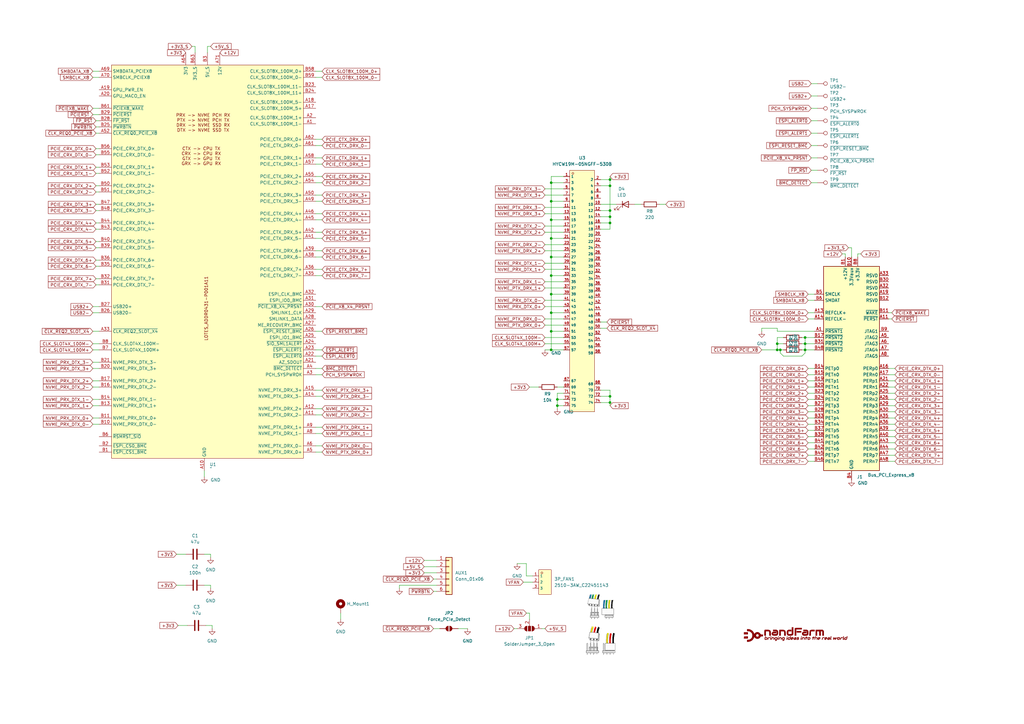
<source format=kicad_sch>
(kicad_sch (version 20250114) (generator "eeschema") (generator_version "9.0")
  (paper "A3")
  (lib_symbols
    (symbol "2510-3AW_C22451143:2510-3AW_C22451143"
      (property "Reference" "U" (at 0 1.27 0))
      (property "Value" "2510-3AW_C22451143" (at 0 -2.54 0))
      (symbol "2510-3AW_C22451143_0_1"
        (pin unspecified line (at -5.08 2.54 0) (length 2.54) (name "1") (number "1"))
        (pin unspecified line (at -5.08 0 0) (length 2.54) (name "2") (number "2"))
        (pin unspecified line (at -5.08 -2.54 0) (length 2.54) (name "3") (number "3"))
      )
    )
    (symbol "Connector:Bus_PCI_Express_x8"
      (property "Reference" "J" (at -8.89 43.18 0))
      (property "Value" "Bus_PCI_Express_x8" (at 12.7 43.18 0))
      (symbol "Bus_PCI_Express_x8_1_1"
        (pin input line (at -15.24 30.48 0) (length 3.81) (name "SMCLK") (number "B5"))
        (pin bidirectional line (at -15.24 27.94 0) (length 3.81) (name "SMDAT") (number "B6"))
        (pin input line (at -15.24 22.86 0) (length 3.81) (name "REFCLK+") (number "A13"))
        (pin input line (at -15.24 20.32 0) (length 3.81) (name "REFCLK-") (number "A14"))
        (pin passive line (at -15.24 15.24 0) (length 3.81) (name "~{PRSNT1}") (number "A1"))
        (pin passive line (at -15.24 12.7 0) (length 3.81) (name "~{PRSNT2}") (number "B17"))
        (pin passive line (at -15.24 10.16 0) (length 3.81) (name "~{PRSNT2}") (number "B31"))
        (pin passive line (at -15.24 7.62 0) (length 3.81) (name "~{PRSNT2}") (number "B48"))
        (pin input line (at -15.24 0 0) (length 3.81) (name "PETp0") (number "B14"))
        (pin input line (at -15.24 -2.54 0) (length 3.81) (name "PETn0") (number "B15"))
        (pin input line (at -15.24 -5.08 0) (length 3.81) (name "PETp1") (number "B19"))
        (pin input line (at -15.24 -7.62 0) (length 3.81) (name "PETn1") (number "B20"))
        (pin input line (at -15.24 -10.16 0) (length 3.81) (name "PETp2") (number "B23"))
        (pin input line (at -15.24 -12.7 0) (length 3.81) (name "PETn2") (number "B24"))
        (pin input line (at -15.24 -15.24 0) (length 3.81) (name "PETp3") (number "B27"))
        (pin input line (at -15.24 -17.78 0) (length 3.81) (name "PETn3") (number "B28"))
        (pin input line (at -15.24 -20.32 0) (length 3.81) (name "PETp4") (number "B33"))
        (pin input line (at -15.24 -22.86 0) (length 3.81) (name "PETn4") (number "B34"))
        (pin input line (at -15.24 -25.4 0) (length 3.81) (name "PETp5") (number "B37"))
        (pin input line (at -15.24 -27.94 0) (length 3.81) (name "PETn5") (number "B38"))
        (pin input line (at -15.24 -30.48 0) (length 3.81) (name "PETp6") (number "B41"))
        (pin input line (at -15.24 -33.02 0) (length 3.81) (name "PETn6") (number "B42"))
        (pin input line (at -15.24 -35.56 0) (length 3.81) (name "PETp7") (number "B45"))
        (pin input line (at -15.24 -38.1 0) (length 3.81) (name "PETn7") (number "B46"))
        (pin passive line (at -2.54 45.72 270) (length 3.81) (hide yes) (name "+12V") (number "A2"))
        (pin passive line (at -2.54 45.72 270) (length 3.81) (hide yes) (name "+12V") (number "A3"))
        (pin power_in line (at -2.54 45.72 270) (length 3.81) (name "+12V") (number "B1"))
        (pin passive line (at -2.54 45.72 270) (length 3.81) (hide yes) (name "+12V") (number "B2"))
        (pin passive line (at -2.54 45.72 270) (length 3.81) (hide yes) (name "+12V") (number "B3"))
        (pin power_in line (at 0 45.72 270) (length 3.81) (name "3.3Vaux") (number "B10"))
        (pin passive line (at 0 -45.72 90) (length 3.81) (hide yes) (name "GND") (number "A12"))
        (pin passive line (at 0 -45.72 90) (length 3.81) (hide yes) (name "GND") (number "A15"))
        (pin passive line (at 0 -45.72 90) (length 3.81) (hide yes) (name "GND") (number "A18"))
        (pin passive line (at 0 -45.72 90) (length 3.81) (hide yes) (name "GND") (number "A20"))
        (pin passive line (at 0 -45.72 90) (length 3.81) (hide yes) (name "GND") (number "A23"))
        (pin passive line (at 0 -45.72 90) (length 3.81) (hide yes) (name "GND") (number "A24"))
        (pin passive line (at 0 -45.72 90) (length 3.81) (hide yes) (name "GND") (number "A27"))
        (pin passive line (at 0 -45.72 90) (length 3.81) (hide yes) (name "GND") (number "A28"))
        (pin passive line (at 0 -45.72 90) (length 3.81) (hide yes) (name "GND") (number "A31"))
        (pin passive line (at 0 -45.72 90) (length 3.81) (hide yes) (name "GND") (number "A34"))
        (pin passive line (at 0 -45.72 90) (length 3.81) (hide yes) (name "GND") (number "A37"))
        (pin passive line (at 0 -45.72 90) (length 3.81) (hide yes) (name "GND") (number "A38"))
        (pin passive line (at 0 -45.72 90) (length 3.81) (hide yes) (name "GND") (number "A4"))
        (pin passive line (at 0 -45.72 90) (length 3.81) (hide yes) (name "GND") (number "A41"))
        (pin passive line (at 0 -45.72 90) (length 3.81) (hide yes) (name "GND") (number "A42"))
        (pin passive line (at 0 -45.72 90) (length 3.81) (hide yes) (name "GND") (number "A45"))
        (pin passive line (at 0 -45.72 90) (length 3.81) (hide yes) (name "GND") (number "A46"))
        (pin passive line (at 0 -45.72 90) (length 3.81) (hide yes) (name "GND") (number "A49"))
        (pin passive line (at 0 -45.72 90) (length 3.81) (hide yes) (name "GND") (number "B13"))
        (pin passive line (at 0 -45.72 90) (length 3.81) (hide yes) (name "GND") (number "B16"))
        (pin passive line (at 0 -45.72 90) (length 3.81) (hide yes) (name "GND") (number "B18"))
        (pin passive line (at 0 -45.72 90) (length 3.81) (hide yes) (name "GND") (number "B21"))
        (pin passive line (at 0 -45.72 90) (length 3.81) (hide yes) (name "GND") (number "B22"))
        (pin passive line (at 0 -45.72 90) (length 3.81) (hide yes) (name "GND") (number "B25"))
        (pin passive line (at 0 -45.72 90) (length 3.81) (hide yes) (name "GND") (number "B26"))
        (pin passive line (at 0 -45.72 90) (length 3.81) (hide yes) (name "GND") (number "B29"))
        (pin passive line (at 0 -45.72 90) (length 3.81) (hide yes) (name "GND") (number "B32"))
        (pin passive line (at 0 -45.72 90) (length 3.81) (hide yes) (name "GND") (number "B35"))
        (pin passive line (at 0 -45.72 90) (length 3.81) (hide yes) (name "GND") (number "B36"))
        (pin passive line (at 0 -45.72 90) (length 3.81) (hide yes) (name "GND") (number "B39"))
        (pin power_in line (at 0 -45.72 90) (length 3.81) (name "GND") (number "B4"))
        (pin passive line (at 0 -45.72 90) (length 3.81) (hide yes) (name "GND") (number "B40"))
        (pin passive line (at 0 -45.72 90) (length 3.81) (hide yes) (name "GND") (number "B43"))
        (pin passive line (at 0 -45.72 90) (length 3.81) (hide yes) (name "GND") (number "B44"))
        (pin passive line (at 0 -45.72 90) (length 3.81) (hide yes) (name "GND") (number "B47"))
        (pin passive line (at 0 -45.72 90) (length 3.81) (hide yes) (name "GND") (number "B49"))
        (pin passive line (at 0 -45.72 90) (length 3.81) (hide yes) (name "GND") (number "B7"))
        (pin passive line (at 2.54 45.72 270) (length 3.81) (hide yes) (name "+3.3V") (number "A10"))
        (pin passive line (at 2.54 45.72 270) (length 3.81) (hide yes) (name "+3.3V") (number "A9"))
        (pin power_in line (at 2.54 45.72 270) (length 3.81) (name "+3.3V") (number "B8"))
        (pin passive line (at 15.24 38.1 180) (length 3.81) (name "RSVD") (number "A33"))
        (pin passive line (at 15.24 35.56 180) (length 3.81) (name "RSVD") (number "B30"))
        (pin passive line (at 15.24 33.02 180) (length 3.81) (name "RSVD") (number "A32"))
        (pin passive line (at 15.24 30.48 180) (length 3.81) (name "RSVD") (number "A19"))
        (pin passive line (at 15.24 27.94 180) (length 3.81) (name "RSVD") (number "B12"))
        (pin open_collector line (at 15.24 22.86 180) (length 3.81) (name "~{WAKE}") (number "B11"))
        (pin input line (at 15.24 20.32 180) (length 3.81) (name "~{PERST}") (number "A11"))
        (pin input line (at 15.24 15.24 180) (length 3.81) (name "JTAG1") (number "B9"))
        (pin input line (at 15.24 12.7 180) (length 3.81) (name "JTAG2") (number "A5"))
        (pin input line (at 15.24 10.16 180) (length 3.81) (name "JTAG3") (number "A6"))
        (pin output line (at 15.24 7.62 180) (length 3.81) (name "JTAG4") (number "A7"))
        (pin input line (at 15.24 5.08 180) (length 3.81) (name "JTAG5") (number "A8"))
        (pin output line (at 15.24 0 180) (length 3.81) (name "PERp0") (number "A16"))
        (pin output line (at 15.24 -2.54 180) (length 3.81) (name "PERn0") (number "A17"))
        (pin output line (at 15.24 -5.08 180) (length 3.81) (name "PERp1") (number "A21"))
        (pin output line (at 15.24 -7.62 180) (length 3.81) (name "PERn1") (number "A22"))
        (pin output line (at 15.24 -10.16 180) (length 3.81) (name "PERp2") (number "A25"))
        (pin output line (at 15.24 -12.7 180) (length 3.81) (name "PERn2") (number "A26"))
        (pin output line (at 15.24 -15.24 180) (length 3.81) (name "PERp3") (number "A29"))
        (pin output line (at 15.24 -17.78 180) (length 3.81) (name "PERn3") (number "A30"))
        (pin output line (at 15.24 -20.32 180) (length 3.81) (name "PERp4") (number "A35"))
        (pin output line (at 15.24 -22.86 180) (length 3.81) (name "PERn4") (number "A36"))
        (pin output line (at 15.24 -25.4 180) (length 3.81) (name "PERp5") (number "A39"))
        (pin output line (at 15.24 -27.94 180) (length 3.81) (name "PERn5") (number "A40"))
        (pin output line (at 15.24 -30.48 180) (length 3.81) (name "PERp6") (number "A43"))
        (pin output line (at 15.24 -33.02 180) (length 3.81) (name "PERn6") (number "A44"))
        (pin output line (at 15.24 -35.56 180) (length 3.81) (name "PERp7") (number "A47"))
        (pin output line (at 15.24 -38.1 180) (length 3.81) (name "PERn7") (number "A48"))
      )
    )
    (symbol "Connector:TestPoint" (pin_numbers (hide yes)) (pin_names (offset 0.762) (hide yes))
      (property "Reference" "TP" (at 0 6.858 0))
      (property "Value" "TestPoint" (at 0 5.08 0))
      (symbol "TestPoint_1_1"
        (pin passive line (at 0 0 90) (length 2.54) (name "1") (number "1"))
      )
    )
    (symbol "Connector_Generic:Conn_01x06" (pin_names (offset 1.016) (hide yes))
      (property "Reference" "J" (at 0 7.62 0))
      (property "Value" "Conn_01x06" (at 0 -10.16 0))
      (symbol "Conn_01x06_1_1"
        (pin passive line (at -5.08 5.08 0) (length 3.81) (name "Pin_1") (number "1"))
        (pin passive line (at -5.08 2.54 0) (length 3.81) (name "Pin_2") (number "2"))
        (pin passive line (at -5.08 0 0) (length 3.81) (name "Pin_3") (number "3"))
        (pin passive line (at -5.08 -2.54 0) (length 3.81) (name "Pin_4") (number "4"))
        (pin passive line (at -5.08 -5.08 0) (length 3.81) (name "Pin_5") (number "5"))
        (pin passive line (at -5.08 -7.62 0) (length 3.81) (name "Pin_6") (number "6"))
      )
    )
    (symbol "Device:C" (pin_numbers (hide yes)) (pin_names (offset 0.254))
      (property "Reference" "C" (at 0.635 2.54 0))
      (property "Value" "C" (at 0.635 -2.54 0))
      (symbol "C_1_1"
        (pin passive line (at 0 3.81 270) (length 2.794) (name "~") (number "1"))
        (pin passive line (at 0 -3.81 90) (length 2.794) (name "~") (number "2"))
      )
    )
    (symbol "Device:LED" (pin_numbers (hide yes)) (pin_names (offset 1.016) (hide yes))
      (property "Reference" "D" (at 0 2.54 0))
      (property "Value" "LED" (at 0 -2.54 0))
      (symbol "LED_1_1"
        (pin passive line (at -3.81 0 0) (length 2.54) (name "K") (number "1"))
        (pin passive line (at 3.81 0 180) (length 2.54) (name "A") (number "2"))
      )
    )
    (symbol "Device:R" (pin_numbers (hide yes)) (pin_names (offset 0))
      (property "Reference" "R" (at 2.032 0 90))
      (property "Value" "R" (at 0 0 90))
      (symbol "R_1_1"
        (pin passive line (at 0 3.81 270) (length 1.27) (name "~") (number "1"))
        (pin passive line (at 0 -3.81 90) (length 1.27) (name "~") (number "2"))
      )
    )
    (symbol "HYCW19M-05NGFF-530B:HYCW19M-05NGFF-530B"
      (property "Reference" "U" (at 0 1.27 0))
      (property "Value" "HYCW19M-05NGFF-530B" (at 0 -2.54 0))
      (symbol "HYCW19M-05NGFF-530B_0_1"
        (pin unspecified line (at -7.62 48.26 0) (length 2.54) (name "1") (number "1"))
        (pin unspecified line (at -7.62 45.72 0) (length 2.54) (name "3") (number "3"))
        (pin unspecified line (at -7.62 43.18 0) (length 2.54) (name "5") (number "5"))
        (pin unspecified line (at -7.62 40.64 0) (length 2.54) (name "7") (number "7"))
        (pin unspecified line (at -7.62 38.1 0) (length 2.54) (name "9") (number "9"))
        (pin unspecified line (at -7.62 35.56 0) (length 2.54) (name "11") (number "11"))
        (pin unspecified line (at -7.62 33.02 0) (length 2.54) (name "13") (number "13"))
        (pin unspecified line (at -7.62 30.48 0) (length 2.54) (name "15") (number "15"))
        (pin unspecified line (at -7.62 27.94 0) (length 2.54) (name "17") (number "17"))
        (pin unspecified line (at -7.62 25.4 0) (length 2.54) (name "19") (number "19"))
        (pin unspecified line (at -7.62 22.86 0) (length 2.54) (name "21") (number "21"))
        (pin unspecified line (at -7.62 20.32 0) (length 2.54) (name "23") (number "23"))
        (pin unspecified line (at -7.62 17.78 0) (length 2.54) (name "25") (number "25"))
        (pin unspecified line (at -7.62 15.24 0) (length 2.54) (name "27") (number "27"))
        (pin unspecified line (at -7.62 12.7 0) (length 2.54) (name "29") (number "29"))
        (pin unspecified line (at -7.62 10.16 0) (length 2.54) (name "31") (number "31"))
        (pin unspecified line (at -7.62 7.62 0) (length 2.54) (name "33") (number "33"))
        (pin unspecified line (at -7.62 5.08 0) (length 2.54) (name "35") (number "35"))
        (pin unspecified line (at -7.62 2.54 0) (length 2.54) (name "37") (number "37"))
        (pin unspecified line (at -7.62 0 0) (length 2.54) (name "39") (number "39"))
        (pin unspecified line (at -7.62 -2.54 0) (length 2.54) (name "41") (number "41"))
        (pin unspecified line (at -7.62 -5.08 0) (length 2.54) (name "43") (number "43"))
        (pin unspecified line (at -7.62 -7.62 0) (length 2.54) (name "45") (number "45"))
        (pin unspecified line (at -7.62 -10.16 0) (length 2.54) (name "47") (number "47"))
        (pin unspecified line (at -7.62 -12.7 0) (length 2.54) (name "49") (number "49"))
        (pin unspecified line (at -7.62 -15.24 0) (length 2.54) (name "51") (number "51"))
        (pin unspecified line (at -7.62 -17.78 0) (length 2.54) (name "53") (number "53"))
        (pin unspecified line (at -7.62 -20.32 0) (length 2.54) (name "55") (number "55"))
        (pin unspecified line (at -7.62 -22.86 0) (length 2.54) (name "57") (number "57"))
        (pin unspecified line (at -7.62 -35.56 0) (length 2.54) (name "67") (number "67"))
        (pin unspecified line (at -7.62 -38.1 0) (length 2.54) (name "69") (number "69"))
        (pin unspecified line (at -7.62 -40.64 0) (length 2.54) (name "71") (number "71"))
        (pin unspecified line (at -7.62 -43.18 0) (length 2.54) (name "73") (number "73"))
        (pin unspecified line (at -7.62 -45.72 0) (length 2.54) (name "75") (number "75"))
        (pin unspecified line (at 7.62 46.99 180) (length 2.54) (name "2") (number "2"))
        (pin unspecified line (at 7.62 44.45 180) (length 2.54) (name "4") (number "4"))
        (pin unspecified line (at 7.62 41.91 180) (length 2.54) (name "6") (number "6"))
        (pin unspecified line (at 7.62 39.37 180) (length 2.54) (name "8") (number "8"))
        (pin unspecified line (at 7.62 36.83 180) (length 2.54) (name "10") (number "10"))
        (pin unspecified line (at 7.62 34.29 180) (length 2.54) (name "12") (number "12"))
        (pin unspecified line (at 7.62 31.75 180) (length 2.54) (name "14") (number "14"))
        (pin unspecified line (at 7.62 29.21 180) (length 2.54) (name "16") (number "16"))
        (pin unspecified line (at 7.62 26.67 180) (length 2.54) (name "18") (number "18"))
        (pin unspecified line (at 7.62 24.13 180) (length 2.54) (name "20") (number "20"))
        (pin unspecified line (at 7.62 21.59 180) (length 2.54) (name "22") (number "22"))
        (pin unspecified line (at 7.62 19.05 180) (length 2.54) (name "24") (number "24"))
        (pin unspecified line (at 7.62 16.51 180) (length 2.54) (name "26") (number "26"))
        (pin unspecified line (at 7.62 13.97 180) (length 2.54) (name "28") (number "28"))
        (pin unspecified line (at 7.62 11.43 180) (length 2.54) (name "30") (number "30"))
        (pin unspecified line (at 7.62 8.89 180) (length 2.54) (name "32") (number "32"))
        (pin unspecified line (at 7.62 6.35 180) (length 2.54) (name "34") (number "34"))
        (pin unspecified line (at 7.62 3.81 180) (length 2.54) (name "36") (number "36"))
        (pin unspecified line (at 7.62 1.27 180) (length 2.54) (name "38") (number "38"))
        (pin unspecified line (at 7.62 -1.27 180) (length 2.54) (name "40") (number "40"))
        (pin unspecified line (at 7.62 -3.81 180) (length 2.54) (name "42") (number "42"))
        (pin unspecified line (at 7.62 -6.35 180) (length 2.54) (name "44") (number "44"))
        (pin unspecified line (at 7.62 -8.89 180) (length 2.54) (name "46") (number "46"))
        (pin unspecified line (at 7.62 -11.43 180) (length 2.54) (name "48") (number "48"))
        (pin unspecified line (at 7.62 -13.97 180) (length 2.54) (name "50") (number "50"))
        (pin unspecified line (at 7.62 -16.51 180) (length 2.54) (name "52") (number "52"))
        (pin unspecified line (at 7.62 -19.05 180) (length 2.54) (name "54") (number "54"))
        (pin unspecified line (at 7.62 -21.59 180) (length 2.54) (name "56") (number "56"))
        (pin unspecified line (at 7.62 -24.13 180) (length 2.54) (name "58") (number "58"))
        (pin unspecified line (at 7.62 -36.83 180) (length 2.54) (name "68") (number "68"))
        (pin unspecified line (at 7.62 -39.37 180) (length 2.54) (name "70") (number "70"))
        (pin unspecified line (at 7.62 -41.91 180) (length 2.54) (name "72") (number "72"))
        (pin unspecified line (at 7.62 -44.45 180) (length 2.54) (name "74") (number "74"))
      )
    )
    (symbol "Jumper:SolderJumper_2_Open" (pin_numbers (hide yes)) (pin_names (offset 0) (hide yes)) (in_bom no)
      (property "Reference" "JP" (at 0 2.032 0))
      (property "Value" "SolderJumper_2_Open" (at 0 -2.54 0))
      (symbol "SolderJumper_2_Open_1_1"
        (pin passive line (at -3.81 0 0) (length 2.54) (name "A") (number "1"))
        (pin passive line (at 3.81 0 180) (length 2.54) (name "B") (number "2"))
      )
    )
    (symbol "Jumper:SolderJumper_3_Open" (pin_names (offset 0) (hide yes)) (in_bom no)
      (property "Reference" "JP" (at -2.54 -2.54 0))
      (property "Value" "SolderJumper_3_Open" (at 0 2.794 0))
      (symbol "SolderJumper_3_Open_1_1"
        (pin passive line (at -5.08 0 0) (length 2.54) (name "A") (number "1"))
        (pin passive line (at 0 -3.81 90) (length 2.54) (name "C") (number "2"))
        (pin passive line (at 5.08 0 180) (length 2.54) (name "B") (number "3"))
      )
    )
    (symbol "M90q_PCIe:M90q_PCIe"
      (property "Reference" "U1" (at 2.1433 -93.98 0))
      (property "Value" "~" (at 2.1433 -95.25 0))
      (symbol "M90q_PCIe_1_1"
        (text "CTX -> CPU TX\nCRX -> CPU RX\nGTX -> GPU TX\nGRX -> GPU RX\n" (at -1.27 32.512 0) (effects (font (size 1.27 1.27))))
        (text "PRX -> NVME PCH RX\nPTX -> NVME PCH TX\nDRX -> NVME SSD RX\nDTX -> NVME SSD TX" (at -0.508 46.228 0) (effects (font (size 1.27 1.27))))
        (text "LOTES_ADDR0431-P001A11" (at 0.762 -29.972 900) (effects (font (size 1.27 1.27))))
        (pin input line (at -43.18 67.31 0) (length 5.08) (name "SMBDATA_PCIEX8") (number "A69"))
        (pin input line (at -43.18 64.77 0) (length 5.08) (name "SMBCLK_PCIEX8") (number "A70"))
        (pin input line (at -43.18 59.69 0) (length 5.08) (name "GPU_PWR_EN") (number "A19"))
        (pin input line (at -43.18 57.15 0) (length 5.08) (name "GPU_MACO_EN") (number "A20"))
        (pin input line (at -43.18 52.07 0) (length 5.08) (name "~{PCIEX8_WAKE}") (number "B61"))
        (pin input line (at -43.18 49.53 0) (length 5.08) (name "~{PCIERST}") (number "B29"))
        (pin input line (at -43.18 46.99 0) (length 5.08) (name "~{FP_RST}") (number "B28"))
        (pin input line (at -43.18 44.45 0) (length 5.08) (name "~{PWRBTN}") (number "B25"))
        (pin input line (at -43.18 41.91 0) (length 5.08) (name "~{CLK_REQ0_PCIE_X8}") (number "A52"))
        (pin input line (at -43.18 35.56 0) (length 5.08) (name "PCIE_CRX_DTX_0+") (number "B56"))
        (pin input line (at -43.18 33.02 0) (length 5.08) (name "PCIE_CRX_DTX_0-") (number "B55"))
        (pin input line (at -43.18 27.94 0) (length 5.08) (name "PCIE_CRX_DTX_1+") (number "B53"))
        (pin input line (at -43.18 25.4 0) (length 5.08) (name "PCIE_CRX_DTX_1-") (number "B52"))
        (pin input line (at -43.18 20.32 0) (length 5.08) (name "PCIE_CRX_DTX_2+") (number "B50"))
        (pin input line (at -43.18 17.78 0) (length 5.08) (name "PCIE_CRX_DTX_2-") (number "B51"))
        (pin input line (at -43.18 12.7 0) (length 5.08) (name "PCIE_CRX_DTX_3+") (number "B47"))
        (pin input line (at -43.18 10.16 0) (length 5.08) (name "PCIE_CRX_DTX_3-") (number "B48"))
        (pin input line (at -43.18 5.08 0) (length 5.08) (name "PCIE_CRX_DTX_4+") (number "B44"))
        (pin input line (at -43.18 2.54 0) (length 5.08) (name "PCIE_CRX_DTX_4-") (number "B43"))
        (pin input line (at -43.18 -2.54 0) (length 5.08) (name "PCIE_CRX_DTX_5+") (number "B40"))
        (pin input line (at -43.18 -5.08 0) (length 5.08) (name "PCIE_CRX_DTX_5-") (number "B39"))
        (pin input line (at -43.18 -10.16 0) (length 5.08) (name "PCIE_CRX_DTX_6+") (number "B36"))
        (pin input line (at -43.18 -12.7 0) (length 5.08) (name "PCIE_CRX_DTX_6-") (number "B35"))
        (pin input line (at -43.18 -17.78 0) (length 5.08) (name "PCIE_CRX_DTX_7+") (number "B32"))
        (pin input line (at -43.18 -20.32 0) (length 5.08) (name "PCIE_CRX_DTX_7-") (number "B31"))
        (pin input line (at -43.18 -29.21 0) (length 5.08) (name "USB20+") (number "B27"))
        (pin input line (at -43.18 -31.75 0) (length 5.08) (name "USB20-") (number "B26"))
        (pin input line (at -43.18 -39.37 0) (length 5.08) (name "~{CLK_REQ2_SLOT_X4}") (number "A33"))
        (pin input line (at -43.18 -44.45 0) (length 5.08) (name "CLK_SLOT4X_100M-") (number "B8"))
        (pin input line (at -43.18 -46.99 0) (length 5.08) (name "CLK_SLOT4X_100M+") (number "B7"))
        (pin input line (at -43.18 -52.07 0) (length 5.08) (name "NVME_PRX_DTX_3-") (number "B21"))
        (pin input line (at -43.18 -54.61 0) (length 5.08) (name "NVME_PRX_DTX_3+") (number "B20"))
        (pin input line (at -43.18 -59.69 0) (length 5.08) (name "NVME_PRX_DTX_2+") (number "B17"))
        (pin input line (at -43.18 -62.23 0) (length 5.08) (name "NVME_PRX_DTX_2-") (number "B16"))
        (pin input line (at -43.18 -67.31 0) (length 5.08) (name "NVME_PRX_DTX_1-") (number "B14"))
        (pin input line (at -43.18 -69.85 0) (length 5.08) (name "NVME_PRX_DTX_1+") (number "B13"))
        (pin input line (at -43.18 -74.93 0) (length 5.08) (name "NVME_PRX_DTX_0+") (number "B11"))
        (pin input line (at -43.18 -77.47 0) (length 5.08) (name "NVME_PRX_DTX_0-") (number "B10"))
        (pin input line (at -43.18 -82.55 0) (length 5.08) (name "~{RSMRST_SIO}") (number "B6"))
        (pin input line (at -43.18 -86.36 0) (length 5.08) (name "~{ESPI_CS0_BMC}") (number "B2"))
        (pin input line (at -43.18 -88.9 0) (length 5.08) (name "~{ESPI_CS1_BMC}") (number "B1"))
        (pin power_in line (at -7.62 74.93 270) (length 5.08) (name "3V3") (number "A64"))
        (pin passive line (at -7.62 74.93 270) (length 5.08) (hide yes) (name "3V3") (number "A65"))
        (pin passive line (at -7.62 74.93 270) (length 5.08) (hide yes) (name "3V3") (number "A66"))
        (pin passive line (at -7.62 74.93 270) (length 5.08) (hide yes) (name "3V3") (number "A67"))
        (pin passive line (at -7.62 74.93 270) (length 5.08) (hide yes) (name "3V3") (number "A68"))
        (pin passive line (at -7.62 74.93 270) (length 5.08) (hide yes) (name "3V3") (number "B65"))
        (pin passive line (at -7.62 74.93 270) (length 5.08) (hide yes) (name "3V3") (number "B66"))
        (pin passive line (at -7.62 74.93 270) (length 5.08) (hide yes) (name "3V3") (number "B67"))
        (pin power_in line (at -3.81 74.93 270) (length 5.08) (name "3V3_S") (number "B63"))
        (pin passive line (at -3.81 74.93 270) (length 5.08) (hide yes) (name "3V3_S") (number "B64"))
        (pin input line (at 0 -96.52 90) (length 5.08) (name "GND") (number "A10"))
        (pin passive line (at 0 -96.52 90) (length 5.08) (hide yes) (name "GND") (number "A13"))
        (pin passive line (at 0 -96.52 90) (length 5.08) (hide yes) (name "GND") (number "A16"))
        (pin passive line (at 0 -96.52 90) (length 5.08) (hide yes) (name "GND") (number "A34"))
        (pin passive line (at 0 -96.52 90) (length 5.08) (hide yes) (name "GND") (number "A37"))
        (pin passive line (at 0 -96.52 90) (length 5.08) (hide yes) (name "GND") (number "A40"))
        (pin passive line (at 0 -96.52 90) (length 5.08) (hide yes) (name "GND") (number "A43"))
        (pin passive line (at 0 -96.52 90) (length 5.08) (hide yes) (name "GND") (number "A44"))
        (pin passive line (at 0 -96.52 90) (length 5.08) (hide yes) (name "GND") (number "A47"))
        (pin passive line (at 0 -96.52 90) (length 5.08) (hide yes) (name "GND") (number "A48"))
        (pin passive line (at 0 -96.52 90) (length 5.08) (hide yes) (name "GND") (number "A51"))
        (pin passive line (at 0 -96.52 90) (length 5.08) (hide yes) (name "GND") (number "A53"))
        (pin passive line (at 0 -96.52 90) (length 5.08) (hide yes) (name "GND") (number "A56"))
        (pin passive line (at 0 -96.52 90) (length 5.08) (hide yes) (name "GND") (number "A59"))
        (pin passive line (at 0 -96.52 90) (length 5.08) (hide yes) (name "GND") (number "A60"))
        (pin passive line (at 0 -96.52 90) (length 5.08) (hide yes) (name "GND") (number "A63"))
        (pin passive line (at 0 -96.52 90) (length 5.08) (hide yes) (name "GND") (number "A7"))
        (pin passive line (at 0 -96.52 90) (length 5.08) (hide yes) (name "GND") (number "B12"))
        (pin passive line (at 0 -96.52 90) (length 5.08) (hide yes) (name "GND") (number "B15"))
        (pin passive line (at 0 -96.52 90) (length 5.08) (hide yes) (name "GND") (number "B18"))
        (pin passive line (at 0 -96.52 90) (length 5.08) (hide yes) (name "GND") (number "B19"))
        (pin passive line (at 0 -96.52 90) (length 5.08) (hide yes) (name "GND") (number "B22"))
        (pin passive line (at 0 -96.52 90) (length 5.08) (hide yes) (name "GND") (number "B30"))
        (pin passive line (at 0 -96.52 90) (length 5.08) (hide yes) (name "GND") (number "B33"))
        (pin passive line (at 0 -96.52 90) (length 5.08) (hide yes) (name "GND") (number "B34"))
        (pin passive line (at 0 -96.52 90) (length 5.08) (hide yes) (name "GND") (number "B37"))
        (pin passive line (at 0 -96.52 90) (length 5.08) (hide yes) (name "GND") (number "B38"))
        (pin passive line (at 0 -96.52 90) (length 5.08) (hide yes) (name "GND") (number "B41"))
        (pin passive line (at 0 -96.52 90) (length 5.08) (hide yes) (name "GND") (number "B42"))
        (pin passive line (at 0 -96.52 90) (length 5.08) (hide yes) (name "GND") (number "B45"))
        (pin passive line (at 0 -96.52 90) (length 5.08) (hide yes) (name "GND") (number "B46"))
        (pin passive line (at 0 -96.52 90) (length 5.08) (hide yes) (name "GND") (number "B49"))
        (pin passive line (at 0 -96.52 90) (length 5.08) (hide yes) (name "GND") (number "B54"))
        (pin passive line (at 0 -96.52 90) (length 5.08) (hide yes) (name "GND") (number "B57"))
        (pin passive line (at 0 -96.52 90) (length 5.08) (hide yes) (name "GND") (number "B60"))
        (pin passive line (at 0 -96.52 90) (length 5.08) (hide yes) (name "GND") (number "B62"))
        (pin passive line (at 0 -96.52 90) (length 5.08) (hide yes) (name "GND") (number "B68"))
        (pin passive line (at 0 -96.52 90) (length 5.08) (hide yes) (name "GND") (number "B9"))
        (pin power_in line (at 1.27 74.93 270) (length 5.08) (name "5V_S") (number "B3"))
        (pin passive line (at 1.27 74.93 270) (length 5.08) (hide yes) (name "5V_S") (number "B4"))
        (pin passive line (at 1.27 74.93 270) (length 5.08) (hide yes) (name "5V_S") (number "B5"))
        (pin power_in line (at 6.35 74.93 270) (length 5.08) (name "12V") (number "A71"))
        (pin passive line (at 6.35 74.93 270) (length 5.08) (hide yes) (name "12V") (number "A72"))
        (pin passive line (at 6.35 74.93 270) (length 5.08) (hide yes) (name "12V") (number "A73"))
        (pin passive line (at 6.35 74.93 270) (length 5.08) (hide yes) (name "12V") (number "A74"))
        (pin passive line (at 6.35 74.93 270) (length 5.08) (hide yes) (name "12V") (number "A75"))
        (pin passive line (at 6.35 74.93 270) (length 5.08) (hide yes) (name "12V") (number "B69"))
        (pin passive line (at 6.35 74.93 270) (length 5.08) (hide yes) (name "12V") (number "B70"))
        (pin passive line (at 6.35 74.93 270) (length 5.08) (hide yes) (name "12V") (number "B71"))
        (pin passive line (at 6.35 74.93 270) (length 5.08) (hide yes) (name "12V") (number "B72"))
        (pin passive line (at 6.35 74.93 270) (length 5.08) (hide yes) (name "12V") (number "B73"))
        (pin passive line (at 6.35 74.93 270) (length 5.08) (hide yes) (name "12V") (number "B74"))
        (pin passive line (at 6.35 74.93 270) (length 5.08) (hide yes) (name "12V") (number "B75"))
        (pin input line (at 45.72 67.31 180) (length 5.08) (name "CLK_SLOT8X_100M_0+") (number "B58"))
        (pin input line (at 45.72 64.77 180) (length 5.08) (name "CLK_SLOT8X_100M_0-") (number "B59"))
        (pin input line (at 45.72 60.96 180) (length 5.08) (name "CLK_SLOT8X_100M_11-") (number "B23"))
        (pin input line (at 45.72 58.42 180) (length 5.08) (name "CLK_SLOT8X_100M_11+") (number "B24"))
        (pin input line (at 45.72 54.61 180) (length 5.08) (name "CLK_SLOT8X_100M_5-") (number "A18"))
        (pin input line (at 45.72 52.07 180) (length 5.08) (name "CLK_SLOT8X_100M_5+") (number "A17"))
        (pin input line (at 45.72 48.26 180) (length 5.08) (name "CLK_SLOT8X_100M_1+") (number "A2"))
        (pin input line (at 45.72 45.72 180) (length 5.08) (name "CLK_SLOT8X_100M_1-") (number "A1"))
        (pin input line (at 45.72 39.37 180) (length 5.08) (name "PCIE_CTX_DRX_0+") (number "A62"))
        (pin input line (at 45.72 36.83 180) (length 5.08) (name "PCIE_CTX_DRX_0-") (number "A61"))
        (pin input line (at 45.72 31.75 180) (length 5.08) (name "PCIE_CTX_DRX_1+") (number "A58"))
        (pin input line (at 45.72 29.21 180) (length 5.08) (name "PCIE_CTX_DRX_1-") (number "A57"))
        (pin input line (at 45.72 24.13 180) (length 5.08) (name "PCIE_CTX_DRX_2+") (number "A55"))
        (pin input line (at 45.72 21.59 180) (length 5.08) (name "PCIE_CTX_DRX_2-") (number "A54"))
        (pin input line (at 45.72 16.51 180) (length 5.08) (name "PCIE_CTX_DRX_3+") (number "A50"))
        (pin input line (at 45.72 13.97 180) (length 5.08) (name "PCIE_CTX_DRX_3-") (number "A49"))
        (pin input line (at 45.72 8.89 180) (length 5.08) (name "PCIE_CTX_DRX_4+") (number "A46"))
        (pin input line (at 45.72 6.35 180) (length 5.08) (name "PCIE_CTX_DRX_4-") (number "A45"))
        (pin input line (at 45.72 1.27 180) (length 5.08) (name "PCIE_CTX_DRX_5+") (number "A42"))
        (pin input line (at 45.72 -1.27 180) (length 5.08) (name "PCIE_CTX_DRX_5-") (number "A41"))
        (pin input line (at 45.72 -6.35 180) (length 5.08) (name "PCIE_CTX_DRX_6+") (number "A39"))
        (pin input line (at 45.72 -8.89 180) (length 5.08) (name "PCIE_CTX_DRX_6-") (number "A38"))
        (pin input line (at 45.72 -13.97 180) (length 5.08) (name "PCIE_CTX_DRX_7+") (number "A36"))
        (pin input line (at 45.72 -16.51 180) (length 5.08) (name "PCIE_CTX_DRX_7-") (number "A35"))
        (pin input line (at 45.72 -24.13 180) (length 5.08) (name "ESPI_CLK_BMC") (number "A32"))
        (pin input line (at 45.72 -26.67 180) (length 5.08) (name "ESPI_IO0_BMC") (number "A31"))
        (pin input line (at 45.72 -29.21 180) (length 5.08) (name "~{PCIE_X8_X4_PRSNT}") (number "A30"))
        (pin input line (at 45.72 -31.75 180) (length 5.08) (name "SMLINK1_CLK") (number "A29"))
        (pin input line (at 45.72 -34.29 180) (length 5.08) (name "SMLINK1_DATA") (number "A28"))
        (pin input line (at 45.72 -36.83 180) (length 5.08) (name "ME_RECOVERY_BMC") (number "A27"))
        (pin input line (at 45.72 -39.37 180) (length 5.08) (name "~{ESPI_RESET_BMC}") (number "A26"))
        (pin input line (at 45.72 -41.91 180) (length 5.08) (name "ESPI_IO1_BMC") (number "A25"))
        (pin input line (at 45.72 -44.45 180) (length 5.08) (name "~{SIO_SML1ALERT}") (number "A24"))
        (pin input line (at 45.72 -46.99 180) (length 5.08) (name "~{ESPI_ALERT1}") (number "A23"))
        (pin input line (at 45.72 -49.53 180) (length 5.08) (name "~{ESPI_ALERT0}") (number "A22"))
        (pin input line (at 45.72 -52.07 180) (length 5.08) (name "AZ_SDOUT") (number "A21"))
        (pin input line (at 45.72 -54.61 180) (length 5.08) (name "~{BMC_DETECT}") (number "A4"))
        (pin input line (at 45.72 -57.15 180) (length 5.08) (name "PCH_SYSPWROK") (number "A3"))
        (pin input line (at 45.72 -63.5 180) (length 5.08) (name "NVME_PTX_DRX_3+") (number "A15"))
        (pin input line (at 45.72 -66.04 180) (length 5.08) (name "NVME_PTX_DRX_3-") (number "A14"))
        (pin input line (at 45.72 -71.12 180) (length 5.08) (name "NVME_PTX_DRX_2+") (number "A12"))
        (pin input line (at 45.72 -73.66 180) (length 5.08) (name "NVME_PTX_DRX_2-") (number "A11"))
        (pin input line (at 45.72 -78.74 180) (length 5.08) (name "NVME_PTX_DRX_1+") (number "A9"))
        (pin input line (at 45.72 -81.28 180) (length 5.08) (name "NVME_PTX_DRX_1-") (number "A8"))
        (pin input line (at 45.72 -86.36 180) (length 5.08) (name "NVME_PTX_DRX_0-") (number "A6"))
        (pin input line (at 45.72 -88.9 180) (length 5.08) (name "NVME_PTX_DRX_0+") (number "A5"))
      )
    )
    (symbol "Mechanical:MountingHole_Pad" (pin_numbers (hide yes)) (pin_names (offset 1.016) (hide yes))
      (property "Reference" "H" (at 0 6.35 0))
      (property "Value" "MountingHole_Pad" (at 0 4.445 0))
      (symbol "MountingHole_Pad_1_1"
        (pin input line (at 0 -2.54 90) (length 2.54) (name "1") (number "1"))
      )
    )
    (symbol "NandFarm_logo_and_text:LOGO" (pin_names (offset 1.016)))
    (symbol "power:GND" (power) (pin_names (offset 0))
      (property "Value" "GND" (at 0 -3.81 0))
      (symbol "GND_1_1"
        (pin power_in line (at 0 0 270) (length 0) (hide yes) (name "GND") (number "1"))
      )
    )
  )
  (junction (at 250.19 91.44))
  (junction (at 228.6 163.83))
  (junction (at 250.19 88.9))
  (junction (at 226.06 128.27))
  (junction (at 226.06 113.03))
  (junction (at 226.06 105.41))
  (junction (at 318.77 143.51))
  (junction (at 226.06 90.17))
  (junction (at 226.06 135.89))
  (junction (at 318.77 140.97))
  (junction (at 228.6 166.37))
  (junction (at 330.2 143.51))
  (junction (at 226.06 120.65))
  (junction (at 250.19 162.56))
  (junction (at 330.2 140.97))
  (junction (at 226.06 143.51))
  (junction (at 226.06 82.55))
  (junction (at 250.19 76.2))
  (junction (at 226.06 74.93))
  (junction (at 226.06 97.79))
  (junction (at 250.19 73.66))
  (junction (at 250.19 86.36))
  (junction (at 250.19 165.1))
  (junction (at 320.04 143.51))
  (junction (at 330.2 138.43))
  (wire (pts (xy 38.1 44.45) (xy 40.64 44.45)))
  (wire (pts (xy 335.28 39.37) (xy 332.74 39.37)))
  (wire (pts (xy 39.37 106.68) (xy 40.64 106.68)))
  (wire (pts (xy 226.06 120.65) (xy 231.14 120.65)))
  (wire (pts (xy 226.06 82.55) (xy 226.06 90.17)))
  (wire (pts (xy 38.1 135.89) (xy 40.64 135.89)))
  (wire (pts (xy 83.82 240.03) (xy 86.36 240.03)))
  (wire (pts (xy 38.1 128.27) (xy 40.64 128.27)))
  (wire (pts (xy 39.37 99.06) (xy 40.64 99.06)))
  (wire (pts (xy 223.52 92.71) (xy 231.14 92.71)))
  (wire (pts (xy 331.47 123.19) (xy 334.01 123.19)))
  (wire (pts (xy 270.51 83.82) (xy 273.05 83.82)))
  (wire (pts (xy 226.06 74.93) (xy 226.06 82.55)))
  (wire (pts (xy 39.37 68.58) (xy 40.64 68.58)))
  (wire (pts (xy 187.96 257.81) (xy 191.77 257.81)))
  (wire (pts (xy 173.99 232.41) (xy 179.07 232.41)))
  (wire (pts (xy 132.08 113.03) (xy 129.54 113.03)))
  (wire (pts (xy 132.08 110.49) (xy 129.54 110.49)))
  (wire (pts (xy 223.52 138.43) (xy 231.14 138.43)))
  (wire (pts (xy 226.06 82.55) (xy 231.14 82.55)))
  (wire (pts (xy 132.08 162.56) (xy 129.54 162.56)))
  (wire (pts (xy 132.08 102.87) (xy 129.54 102.87)))
  (wire (pts (xy 223.52 95.25) (xy 231.14 95.25)))
  (wire (pts (xy 132.08 153.67) (xy 129.54 153.67)))
  (wire (pts (xy 217.17 251.46) (xy 217.17 254)))
  (wire (pts (xy 38.1 151.13) (xy 40.64 151.13)))
  (wire (pts (xy 228.6 163.83) (xy 231.14 163.83)))
  (wire (pts (xy 367.03 181.61) (xy 364.49 181.61)))
  (wire (pts (xy 330.2 143.51) (xy 330.2 140.97)))
  (wire (pts (xy 246.38 162.56) (xy 250.19 162.56)))
  (wire (pts (xy 228.6 161.29) (xy 228.6 163.83)))
  (wire (pts (xy 173.99 229.87) (xy 179.07 229.87)))
  (wire (pts (xy 318.77 140.97) (xy 321.31 140.97)))
  (wire (pts (xy 226.06 113.03) (xy 231.14 113.03)))
  (wire (pts (xy 212.09 231.14) (xy 215.9 231.14)))
  (wire (pts (xy 331.47 156.21) (xy 334.01 156.21)))
  (wire (pts (xy 132.08 31.75) (xy 129.54 31.75)))
  (wire (pts (xy 223.52 80.01) (xy 231.14 80.01)))
  (wire (pts (xy 38.1 158.75) (xy 40.64 158.75)))
  (wire (pts (xy 80.01 21.59) (xy 80.01 19.05)))
  (wire (pts (xy 223.52 125.73) (xy 231.14 125.73)))
  (wire (pts (xy 39.37 114.3) (xy 40.64 114.3)))
  (wire (pts (xy 347.98 101.6) (xy 349.25 101.6)))
  (wire (pts (xy 331.47 163.83) (xy 334.01 163.83)))
  (wire (pts (xy 335.28 59.69) (xy 332.74 59.69)))
  (wire (pts (xy 39.37 49.53) (xy 40.64 49.53)))
  (wire (pts (xy 246.38 88.9) (xy 250.19 88.9)))
  (wire (pts (xy 250.19 86.36) (xy 250.19 88.9)))
  (wire (pts (xy 331.47 186.69) (xy 334.01 186.69)))
  (wire (pts (xy 330.2 140.97) (xy 330.2 138.43)))
  (wire (pts (xy 39.37 63.5) (xy 40.64 63.5)))
  (wire (pts (xy 38.1 143.51) (xy 40.64 143.51)))
  (wire (pts (xy 223.52 133.35) (xy 231.14 133.35)))
  (wire (pts (xy 367.03 184.15) (xy 364.49 184.15)))
  (wire (pts (xy 177.8 257.81) (xy 180.34 257.81)))
  (wire (pts (xy 163.83 240.03) (xy 163.83 241.3)))
  (wire (pts (xy 367.03 153.67) (xy 364.49 153.67)))
  (wire (pts (xy 318.77 138.43) (xy 321.31 138.43)))
  (wire (pts (xy 139.7 251.46) (xy 139.7 254)))
  (wire (pts (xy 228.6 158.75) (xy 231.14 158.75)))
  (wire (pts (xy 231.14 72.39) (xy 226.06 72.39)))
  (wire (pts (xy 132.08 57.15) (xy 129.54 57.15)))
  (wire (pts (xy 132.08 185.42) (xy 129.54 185.42)))
  (wire (pts (xy 38.1 29.21) (xy 40.64 29.21)))
  (wire (pts (xy 246.38 165.1) (xy 250.19 165.1)))
  (wire (pts (xy 351.79 104.14) (xy 353.06 104.14)))
  (wire (pts (xy 312.42 143.51) (xy 318.77 143.51)))
  (wire (pts (xy 228.6 166.37) (xy 228.6 167.64)))
  (wire (pts (xy 39.37 83.82) (xy 40.64 83.82)))
  (wire (pts (xy 367.03 168.91) (xy 364.49 168.91)))
  (wire (pts (xy 250.19 162.56) (xy 250.19 165.1)))
  (wire (pts (xy 132.08 175.26) (xy 129.54 175.26)))
  (wire (pts (xy 331.47 179.07) (xy 334.01 179.07)))
  (wire (pts (xy 132.08 146.05) (xy 129.54 146.05)))
  (wire (pts (xy 226.06 128.27) (xy 231.14 128.27)))
  (wire (pts (xy 226.06 97.79) (xy 231.14 97.79)))
  (wire (pts (xy 226.06 72.39) (xy 226.06 74.93)))
  (wire (pts (xy 250.19 165.1) (xy 250.19 166.37)))
  (wire (pts (xy 38.1 46.99) (xy 40.64 46.99)))
  (wire (pts (xy 345.44 104.14) (xy 346.71 104.14)))
  (wire (pts (xy 83.82 195.58) (xy 83.82 193.04)))
  (wire (pts (xy 318.77 135.89) (xy 334.01 135.89)))
  (wire (pts (xy 223.52 87.63) (xy 231.14 87.63)))
  (wire (pts (xy 163.83 240.03) (xy 179.07 240.03)))
  (wire (pts (xy 367.03 186.69) (xy 364.49 186.69)))
  (wire (pts (xy 367.03 151.13) (xy 364.49 151.13)))
  (wire (pts (xy 331.47 158.75) (xy 334.01 158.75)))
  (wire (pts (xy 328.93 138.43) (xy 330.2 138.43)))
  (wire (pts (xy 332.74 74.93) (xy 335.28 74.93)))
  (wire (pts (xy 367.03 179.07) (xy 364.49 179.07)))
  (wire (pts (xy 132.08 135.89) (xy 129.54 135.89)))
  (wire (pts (xy 320.04 144.78) (xy 321.31 146.05)))
  (wire (pts (xy 132.08 72.39) (xy 129.54 72.39)))
  (wire (pts (xy 132.08 29.21) (xy 129.54 29.21)))
  (wire (pts (xy 331.47 128.27) (xy 334.01 128.27)))
  (wire (pts (xy 331.47 181.61) (xy 334.01 181.61)))
  (wire (pts (xy 367.03 189.23) (xy 364.49 189.23)))
  (wire (pts (xy 250.19 93.98) (xy 250.19 91.44)))
  (wire (pts (xy 72.39 240.03) (xy 76.2 240.03)))
  (wire (pts (xy 85.09 21.59) (xy 85.09 19.05)))
  (wire (pts (xy 223.52 140.97) (xy 231.14 140.97)))
  (wire (pts (xy 223.52 130.81) (xy 231.14 130.81)))
  (wire (pts (xy 367.03 173.99) (xy 364.49 173.99)))
  (wire (pts (xy 226.06 90.17) (xy 231.14 90.17)))
  (wire (pts (xy 331.47 166.37) (xy 334.01 166.37)))
  (wire (pts (xy 38.1 166.37) (xy 40.64 166.37)))
  (wire (pts (xy 85.09 19.05) (xy 86.36 19.05)))
  (wire (pts (xy 132.08 67.31) (xy 129.54 67.31)))
  (wire (pts (xy 250.19 76.2) (xy 250.19 86.36)))
  (wire (pts (xy 132.08 160.02) (xy 129.54 160.02)))
  (wire (pts (xy 250.19 160.02) (xy 250.19 162.56)))
  (wire (pts (xy 223.52 107.95) (xy 231.14 107.95)))
  (wire (pts (xy 248.92 134.62) (xy 246.38 134.62)))
  (wire (pts (xy 331.47 130.81) (xy 334.01 130.81)))
  (wire (pts (xy 132.08 167.64) (xy 129.54 167.64)))
  (wire (pts (xy 320.04 143.51) (xy 318.77 143.51)))
  (wire (pts (xy 246.38 83.82) (xy 252.73 83.82)))
  (wire (pts (xy 39.37 101.6) (xy 40.64 101.6)))
  (wire (pts (xy 73.025 256.54) (xy 76.835 256.54)))
  (wire (pts (xy 38.1 31.75) (xy 40.64 31.75)))
  (wire (pts (xy 226.06 143.51) (xy 231.14 143.51)))
  (wire (pts (xy 38.1 173.99) (xy 40.64 173.99)))
  (wire (pts (xy 250.19 88.9) (xy 250.19 91.44)))
  (wire (pts (xy 132.08 95.25) (xy 129.54 95.25)))
  (wire (pts (xy 226.06 135.89) (xy 231.14 135.89)))
  (wire (pts (xy 39.37 52.07) (xy 40.64 52.07)))
  (wire (pts (xy 132.08 105.41) (xy 129.54 105.41)))
  (wire (pts (xy 39.37 60.96) (xy 40.64 60.96)))
  (wire (pts (xy 39.37 71.12) (xy 40.64 71.12)))
  (wire (pts (xy 215.9 236.22) (xy 215.9 231.14)))
  (wire (pts (xy 228.6 166.37) (xy 228.6 163.83)))
  (wire (pts (xy 39.37 78.74) (xy 40.64 78.74)))
  (wire (pts (xy 39.37 93.98) (xy 40.64 93.98)))
  (wire (pts (xy 222.25 257.81) (xy 223.52 257.81)))
  (wire (pts (xy 250.19 73.66) (xy 250.19 76.2)))
  (wire (pts (xy 132.08 74.93) (xy 129.54 74.93)))
  (wire (pts (xy 38.1 156.21) (xy 40.64 156.21)))
  (wire (pts (xy 331.47 151.13) (xy 334.01 151.13)))
  (wire (pts (xy 80.01 19.05) (xy 78.74 19.05)))
  (wire (pts (xy 330.2 138.43) (xy 334.01 138.43)))
  (wire (pts (xy 250.19 76.2) (xy 246.38 76.2)))
  (wire (pts (xy 331.47 171.45) (xy 334.01 171.45)))
  (wire (pts (xy 335.28 54.61) (xy 332.74 54.61)))
  (wire (pts (xy 335.28 64.77) (xy 332.74 64.77)))
  (wire (pts (xy 349.25 101.6) (xy 349.25 105.41)))
  (wire (pts (xy 365.76 130.81) (xy 364.49 130.81)))
  (wire (pts (xy 132.08 82.55) (xy 129.54 82.55)))
  (wire (pts (xy 331.47 184.15) (xy 334.01 184.15)))
  (wire (pts (xy 177.8 242.57) (xy 179.07 242.57)))
  (wire (pts (xy 132.08 170.18) (xy 129.54 170.18)))
  (wire (pts (xy 38.1 148.59) (xy 40.64 148.59)))
  (wire (pts (xy 39.37 76.2) (xy 40.64 76.2)))
  (wire (pts (xy 132.08 90.17) (xy 129.54 90.17)))
  (wire (pts (xy 223.52 143.51) (xy 226.06 143.51)))
  (wire (pts (xy 38.1 171.45) (xy 40.64 171.45)))
  (wire (pts (xy 248.92 132.08) (xy 246.38 132.08)))
  (wire (pts (xy 365.76 128.27) (xy 364.49 128.27)))
  (wire (pts (xy 367.03 176.53) (xy 364.49 176.53)))
  (wire (pts (xy 223.52 123.19) (xy 231.14 123.19)))
  (wire (pts (xy 132.08 64.77) (xy 129.54 64.77)))
  (wire (pts (xy 132.08 125.73) (xy 129.54 125.73)))
  (wire (pts (xy 367.03 156.21) (xy 364.49 156.21)))
  (wire (pts (xy 215.9 251.46) (xy 217.17 251.46)))
  (wire (pts (xy 177.8 237.49) (xy 179.07 237.49)))
  (wire (pts (xy 226.06 113.03) (xy 226.06 120.65)))
  (wire (pts (xy 226.06 74.93) (xy 231.14 74.93)))
  (wire (pts (xy 210.82 257.81) (xy 212.09 257.81)))
  (wire (pts (xy 331.47 161.29) (xy 334.01 161.29)))
  (wire (pts (xy 330.2 140.97) (xy 334.01 140.97)))
  (wire (pts (xy 226.06 90.17) (xy 226.06 97.79)))
  (wire (pts (xy 332.74 69.85) (xy 335.28 69.85)))
  (wire (pts (xy 226.06 120.65) (xy 226.06 128.27)))
  (wire (pts (xy 331.47 176.53) (xy 334.01 176.53)))
  (wire (pts (xy 86.995 256.54) (xy 86.995 257.81)))
  (wire (pts (xy 214.63 238.76) (xy 218.44 238.76)))
  (wire (pts (xy 218.44 236.22) (xy 215.9 236.22)))
  (wire (pts (xy 226.06 128.27) (xy 226.06 135.89)))
  (wire (pts (xy 132.08 80.01) (xy 129.54 80.01)))
  (wire (pts (xy 86.36 227.33) (xy 86.36 228.6)))
  (wire (pts (xy 223.52 115.57) (xy 231.14 115.57)))
  (wire (pts (xy 331.47 153.67) (xy 334.01 153.67)))
  (wire (pts (xy 132.08 143.51) (xy 129.54 143.51)))
  (wire (pts (xy 246.38 86.36) (xy 250.19 86.36)))
  (wire (pts (xy 331.47 120.65) (xy 334.01 120.65)))
  (wire (pts (xy 318.77 140.97) (xy 318.77 138.43)))
  (wire (pts (xy 335.28 44.45) (xy 332.74 44.45)))
  (wire (pts (xy 312.42 134.62) (xy 312.42 135.89)))
  (wire (pts (xy 331.47 173.99) (xy 334.01 173.99)))
  (wire (pts (xy 129.54 151.13) (xy 132.08 151.13)))
  (wire (pts (xy 173.99 234.95) (xy 179.07 234.95)))
  (wire (pts (xy 246.38 160.02) (xy 250.19 160.02)))
  (wire (pts (xy 223.52 118.11) (xy 231.14 118.11)))
  (wire (pts (xy 321.31 146.05) (xy 328.93 146.05)))
  (wire (pts (xy 351.79 105.41) (xy 351.79 104.14)))
  (wire (pts (xy 223.52 100.33) (xy 231.14 100.33)))
  (wire (pts (xy 328.93 140.97) (xy 330.2 140.97)))
  (wire (pts (xy 246.38 73.66) (xy 250.19 73.66)))
  (wire (pts (xy 250.19 72.39) (xy 250.19 73.66)))
  (wire (pts (xy 132.08 97.79) (xy 129.54 97.79)))
  (wire (pts (xy 328.93 146.05) (xy 330.2 144.78)))
  (wire (pts (xy 367.03 158.75) (xy 364.49 158.75)))
  (wire (pts (xy 39.37 91.44) (xy 40.64 91.44)))
  (wire (pts (xy 226.06 105.41) (xy 231.14 105.41)))
  (wire (pts (xy 223.52 110.49) (xy 231.14 110.49)))
  (wire (pts (xy 260.35 83.82) (xy 262.89 83.82)))
  (wire (pts (xy 318.77 134.62) (xy 312.42 134.62)))
  (wire (pts (xy 318.77 135.89) (xy 318.77 134.62)))
  (wire (pts (xy 223.52 102.87) (xy 231.14 102.87)))
  (wire (pts (xy 223.52 77.47) (xy 231.14 77.47)))
  (wire (pts (xy 226.06 97.79) (xy 226.06 105.41)))
  (wire (pts (xy 328.93 143.51) (xy 330.2 143.51)))
  (wire (pts (xy 223.52 85.09) (xy 231.14 85.09)))
  (wire (pts (xy 367.03 163.83) (xy 364.49 163.83)))
  (wire (pts (xy 39.37 116.84) (xy 40.64 116.84)))
  (wire (pts (xy 346.71 104.14) (xy 346.71 105.41)))
  (wire (pts (xy 331.47 189.23) (xy 334.01 189.23)))
  (wire (pts (xy 330.2 143.51) (xy 334.01 143.51)))
  (wire (pts (xy 132.08 177.8) (xy 129.54 177.8)))
  (wire (pts (xy 39.37 109.22) (xy 40.64 109.22)))
  (wire (pts (xy 367.03 171.45) (xy 364.49 171.45)))
  (wire (pts (xy 132.08 182.88) (xy 129.54 182.88)))
  (wire (pts (xy 335.28 34.29) (xy 332.74 34.29)))
  (wire (pts (xy 72.39 227.33) (xy 76.2 227.33)))
  (wire (pts (xy 246.38 93.98) (xy 250.19 93.98)))
  (wire (pts (xy 132.08 59.69) (xy 129.54 59.69)))
  (wire (pts (xy 331.47 168.91) (xy 334.01 168.91)))
  (wire (pts (xy 38.1 140.97) (xy 40.64 140.97)))
  (wire (pts (xy 84.455 256.54) (xy 86.995 256.54)))
  (wire (pts (xy 330.2 144.78) (xy 330.2 143.51)))
  (wire (pts (xy 246.38 91.44) (xy 250.19 91.44)))
  (wire (pts (xy 367.03 161.29) (xy 364.49 161.29)))
  (wire (pts (xy 226.06 135.89) (xy 226.06 143.51)))
  (wire (pts (xy 321.31 143.51) (xy 320.04 143.51)))
  (wire (pts (xy 231.14 166.37) (xy 228.6 166.37)))
  (wire (pts (xy 217.17 158.75) (xy 220.98 158.75)))
  (wire (pts (xy 318.77 143.51) (xy 318.77 140.97)))
  (wire (pts (xy 86.36 240.03) (xy 86.36 241.3)))
  (wire (pts (xy 83.82 227.33) (xy 86.36 227.33)))
  (wire (pts (xy 226.06 105.41) (xy 226.06 113.03)))
  (wire (pts (xy 335.28 49.53) (xy 332.74 49.53)))
  (wire (pts (xy 367.03 166.37) (xy 364.49 166.37)))
  (wire (pts (xy 39.37 54.61) (xy 40.64 54.61)))
  (wire (pts (xy 132.08 87.63) (xy 129.54 87.63)))
  (wire (pts (xy 38.1 125.73) (xy 40.64 125.73)))
  (wire (pts (xy 39.37 86.36) (xy 40.64 86.36)))
  (wire (pts (xy 231.14 161.29) (xy 228.6 161.29)))
  (wire (pts (xy 38.1 163.83) (xy 40.64 163.83)))
  (wire (pts (xy 320.04 143.51) (xy 320.04 144.78)))
  (image (at 246.38 262.89) (scale 0.237247))
  (image (at 246.38 248.92) (scale 0.215587))
  (global_label "PCIE_CRX_DTX_1-" (shape input) (at 367.03 158.75 0) (property "Intersheetrefs" "${INTERSHEET_REFS}" (effects (hide yes))))
  (global_label "NVME_PTX_DRX_0+" (shape input) (at 132.08 185.42 0) (property "Intersheetrefs" "${INTERSHEET_REFS}" (effects (hide yes))))
  (global_label "PCIE_CRX_DTX_5-" (shape input) (at 39.37 101.6 180) (property "Intersheetrefs" "${INTERSHEET_REFS}" (effects (hide yes))))
  (global_label "NVME_PRX_DTX_1-" (shape input) (at 223.52 107.95 180) (property "Intersheetrefs" "${INTERSHEET_REFS}" (effects (hide yes))))
  (global_label "PCIE_CRX_DTX_6+" (shape input) (at 367.03 181.61 0) (property "Intersheetrefs" "${INTERSHEET_REFS}" (effects (hide yes))))
  (global_label "PCIE_CRX_DTX_3-" (shape input) (at 367.03 168.91 0) (property "Intersheetrefs" "${INTERSHEET_REFS}" (effects (hide yes))))
  (global_label "PCIE_CTX_DRX_7-" (shape input) (at 331.47 189.23 180) (property "Intersheetrefs" "${INTERSHEET_REFS}" (effects (hide yes))))
  (global_label "NVME_PTX_DRX_1-" (shape input) (at 132.08 177.8 0) (property "Intersheetrefs" "${INTERSHEET_REFS}" (effects (hide yes))))
  (global_label "~{FP_RST}" (shape input) (at 39.37 49.53 180) (property "Intersheetrefs" "${INTERSHEET_REFS}" (effects (hide yes))))
  (global_label "PCIE_CRX_DTX_6-" (shape input) (at 367.03 184.15 0) (property "Intersheetrefs" "${INTERSHEET_REFS}" (effects (hide yes))))
  (global_label "~{ESPI_ALERT0}" (shape input) (at 132.08 146.05 0) (property "Intersheetrefs" "${INTERSHEET_REFS}" (effects (hide yes))))
  (global_label "PCIE_CRX_DTX_5+" (shape input) (at 39.37 99.06 180) (property "Intersheetrefs" "${INTERSHEET_REFS}" (effects (hide yes))))
  (global_label "CLK_SLOT4X_100M+" (shape input) (at 223.52 140.97 180) (property "Intersheetrefs" "${INTERSHEET_REFS}" (effects (hide yes))))
  (global_label "NVME_PRX_DTX_3+" (shape input) (at 38.1 151.13 180) (property "Intersheetrefs" "${INTERSHEET_REFS}" (effects (hide yes))))
  (global_label "PCH_SYSPWROK" (shape input) (at 332.74 44.45 180) (property "Intersheetrefs" "${INTERSHEET_REFS}" (effects (hide yes))))
  (global_label "PCIE_CTX_DRX_2+" (shape input) (at 132.08 72.39 0) (property "Intersheetrefs" "${INTERSHEET_REFS}" (effects (hide yes))))
  (global_label "NVME_PTX_DRX_1+" (shape input) (at 132.08 175.26 0) (property "Intersheetrefs" "${INTERSHEET_REFS}" (effects (hide yes))))
  (global_label "PCIE_CRX_DTX_2+" (shape input) (at 367.03 161.29 0) (property "Intersheetrefs" "${INTERSHEET_REFS}" (effects (hide yes))))
  (global_label "VFAN" (shape input) (at 214.63 238.76 180) (property "Intersheetrefs" "${INTERSHEET_REFS}" (effects (hide yes))))
  (global_label "PCIE_CTX_DRX_4-" (shape input) (at 132.08 90.17 0) (property "Intersheetrefs" "${INTERSHEET_REFS}" (effects (hide yes))))
  (global_label "~{CLK_REQ2_SLOT_X4}" (shape input) (at 248.92 134.62 0) (property "Intersheetrefs" "${INTERSHEET_REFS}" (effects (hide yes))))
  (global_label "PCIE_CTX_DRX_1+" (shape input) (at 132.08 64.77 0) (property "Intersheetrefs" "${INTERSHEET_REFS}" (effects (hide yes))))
  (global_label "+3V3" (shape input) (at 173.99 234.95 180) (property "Intersheetrefs" "${INTERSHEET_REFS}" (effects (hide yes))))
  (global_label "~{PCIE_X8_X4_PRSNT}" (shape input) (at 332.74 64.77 180) (property "Intersheetrefs" "${INTERSHEET_REFS}" (effects (hide yes))))
  (global_label "PCIE_CTX_DRX_2-" (shape input) (at 331.47 163.83 180) (property "Intersheetrefs" "${INTERSHEET_REFS}" (effects (hide yes))))
  (global_label "PCIE_CRX_DTX_5-" (shape input) (at 367.03 179.07 0) (property "Intersheetrefs" "${INTERSHEET_REFS}" (effects (hide yes))))
  (global_label "PCIE_CTX_DRX_6-" (shape input) (at 132.08 105.41 0) (property "Intersheetrefs" "${INTERSHEET_REFS}" (effects (hide yes))))
  (global_label "PCIE_CTX_DRX_7-" (shape input) (at 132.08 113.03 0) (property "Intersheetrefs" "${INTERSHEET_REFS}" (effects (hide yes))))
  (global_label "NVME_PTX_DRX_3+" (shape input) (at 132.08 160.02 0) (property "Intersheetrefs" "${INTERSHEET_REFS}" (effects (hide yes))))
  (global_label "CLK_SLOT4X_100M+" (shape input) (at 38.1 143.51 180) (property "Intersheetrefs" "${INTERSHEET_REFS}" (effects (hide yes))))
  (global_label "+3V3" (shape input) (at 273.05 83.82 0) (property "Intersheetrefs" "${INTERSHEET_REFS}" (effects (hide yes))))
  (global_label "~{BMC_DETECT}" (shape input) (at 332.74 74.93 180) (property "Intersheetrefs" "${INTERSHEET_REFS}" (effects (hide yes))))
  (global_label "PCIE_CRX_DTX_7-" (shape input) (at 367.03 189.23 0) (property "Intersheetrefs" "${INTERSHEET_REFS}" (effects (hide yes))))
  (global_label "+12V" (shape input) (at 210.82 257.81 180) (property "Intersheetrefs" "${INTERSHEET_REFS}" (effects (hide yes))))
  (global_label "PCIE_CTX_DRX_3+" (shape input) (at 331.47 166.37 180) (property "Intersheetrefs" "${INTERSHEET_REFS}" (effects (hide yes))))
  (global_label "PCIE_CRX_DTX_1+" (shape input) (at 39.37 68.58 180) (property "Intersheetrefs" "${INTERSHEET_REFS}" (effects (hide yes))))
  (global_label "NVME_PRX_DTX_1+" (shape input) (at 223.52 110.49 180) (property "Intersheetrefs" "${INTERSHEET_REFS}" (effects (hide yes))))
  (global_label "CLK_SLOT8X_100M_0+" (shape input) (at 132.08 29.21 0) (property "Intersheetrefs" "${INTERSHEET_REFS}" (effects (hide yes))))
  (global_label "~{ESPI_ALERT1}" (shape input) (at 132.08 143.51 0) (property "Intersheetrefs" "${INTERSHEET_REFS}" (effects (hide yes))))
  (global_label "NVME_PRX_DTX_2+" (shape input) (at 38.1 156.21 180) (property "Intersheetrefs" "${INTERSHEET_REFS}" (effects (hide yes))))
  (global_label "PCIE_CRX_DTX_5+" (shape input) (at 367.03 176.53 0) (property "Intersheetrefs" "${INTERSHEET_REFS}" (effects (hide yes))))
  (global_label "+12V" (shape input) (at 90.17 21.59 0) (property "Intersheetrefs" "${INTERSHEET_REFS}" (effects (hide yes))))
  (global_label "PCIE_CTX_DRX_3-" (shape input) (at 331.47 168.91 180) (property "Intersheetrefs" "${INTERSHEET_REFS}" (effects (hide yes))))
  (global_label "+3V3" (shape input) (at 217.17 158.75 180) (property "Intersheetrefs" "${INTERSHEET_REFS}" (effects (hide yes))))
  (global_label "PCIE_CTX_DRX_5+" (shape input) (at 331.47 176.53 180) (property "Intersheetrefs" "${INTERSHEET_REFS}" (effects (hide yes))))
  (global_label "~{ESPI_ALERT1}" (shape input) (at 332.74 54.61 180) (property "Intersheetrefs" "${INTERSHEET_REFS}" (effects (hide yes))))
  (global_label "PCIE_CTX_DRX_1+" (shape input) (at 331.47 156.21 180) (property "Intersheetrefs" "${INTERSHEET_REFS}" (effects (hide yes))))
  (global_label "PCIE_CRX_DTX_3+" (shape input) (at 39.37 83.82 180) (property "Intersheetrefs" "${INTERSHEET_REFS}" (effects (hide yes))))
  (global_label "PCIE_CRX_DTX_1-" (shape input) (at 39.37 71.12 180) (property "Intersheetrefs" "${INTERSHEET_REFS}" (effects (hide yes))))
  (global_label "~{ESPI_RESET_BMC}" (shape input) (at 132.08 135.89 0) (property "Intersheetrefs" "${INTERSHEET_REFS}" (effects (hide yes))))
  (global_label "+3V3" (shape input) (at 353.06 104.14 0) (property "Intersheetrefs" "${INTERSHEET_REFS}" (effects (hide yes))))
  (global_label "~{CLK_REQ0_PCIE_X8}" (shape input) (at 39.37 54.61 180) (property "Intersheetrefs" "${INTERSHEET_REFS}" (effects (hide yes))))
  (global_label "NVME_PTX_DRX_2+" (shape input) (at 132.08 167.64 0) (property "Intersheetrefs" "${INTERSHEET_REFS}" (effects (hide yes))))
  (global_label "NVME_PRX_DTX_2-" (shape input) (at 223.52 92.71 180) (property "Intersheetrefs" "${INTERSHEET_REFS}" (effects (hide yes))))
  (global_label "PCIE_CTX_DRX_7+" (shape input) (at 331.47 186.69 180) (property "Intersheetrefs" "${INTERSHEET_REFS}" (effects (hide yes))))
  (global_label "~{PWRBTN}" (shape input) (at 39.37 52.07 180) (property "Intersheetrefs" "${INTERSHEET_REFS}" (effects (hide yes))))
  (global_label "PCIE_CTX_DRX_5-" (shape input) (at 132.08 97.79 0) (property "Intersheetrefs" "${INTERSHEET_REFS}" (effects (hide yes))))
  (global_label "NVME_PTX_DRX_3-" (shape input) (at 223.52 85.09 180) (property "Intersheetrefs" "${INTERSHEET_REFS}" (effects (hide yes))))
  (global_label "~{CLK_REQ2_SLOT_X4}" (shape input) (at 38.1 135.89 180) (property "Intersheetrefs" "${INTERSHEET_REFS}" (effects (hide yes))))
  (global_label "CLK_SLOT8X_100M_0-" (shape input) (at 331.47 130.81 180) (property "Intersheetrefs" "${INTERSHEET_REFS}" (effects (hide yes))))
  (global_label "SMBDATA_X8" (shape input) (at 38.1 29.21 180) (property "Intersheetrefs" "${INTERSHEET_REFS}" (effects (hide yes))))
  (global_label "NVME_PTX_DRX_3+" (shape input) (at 223.52 87.63 180) (property "Intersheetrefs" "${INTERSHEET_REFS}" (effects (hide yes))))
  (global_label "PCIE_CTX_DRX_3+" (shape input) (at 132.08 80.01 0) (property "Intersheetrefs" "${INTERSHEET_REFS}" (effects (hide yes))))
  (global_label "NVME_PRX_DTX_0-" (shape input) (at 223.52 123.19 180) (property "Intersheetrefs" "${INTERSHEET_REFS}" (effects (hide yes))))
  (global_label "+3V3" (shape input) (at 73.025 256.54 180) (property "Intersheetrefs" "${INTERSHEET_REFS}" (effects (hide yes))))
  (global_label "PCIE_CTX_DRX_0-" (shape input) (at 132.08 59.69 0) (property "Intersheetrefs" "${INTERSHEET_REFS}" (effects (hide yes))))
  (global_label "PCIE_CRX_DTX_7+" (shape input) (at 39.37 114.3 180) (property "Intersheetrefs" "${INTERSHEET_REFS}" (effects (hide yes))))
  (global_label "PCIE_CRX_DTX_1+" (shape input) (at 367.03 156.21 0) (property "Intersheetrefs" "${INTERSHEET_REFS}" (effects (hide yes))))
  (global_label "PCIE_CRX_DTX_0-" (shape input) (at 39.37 63.5 180) (property "Intersheetrefs" "${INTERSHEET_REFS}" (effects (hide yes))))
  (global_label "NVME_PTX_DRX_3-" (shape input) (at 132.08 162.56 0) (property "Intersheetrefs" "${INTERSHEET_REFS}" (effects (hide yes))))
  (global_label "USB2-" (shape input) (at 38.1 128.27 180) (property "Intersheetrefs" "${INTERSHEET_REFS}" (effects (hide yes))))
  (global_label "PCIE_CTX_DRX_7+" (shape input) (at 132.08 110.49 0) (property "Intersheetrefs" "${INTERSHEET_REFS}" (effects (hide yes))))
  (global_label "PCIE_CTX_DRX_1-" (shape input) (at 132.08 67.31 0) (property "Intersheetrefs" "${INTERSHEET_REFS}" (effects (hide yes))))
  (global_label "SMBDATA_X8" (shape input) (at 331.47 123.19 180) (property "Intersheetrefs" "${INTERSHEET_REFS}" (effects (hide yes))))
  (global_label "PCIE_CRX_DTX_3-" (shape input) (at 39.37 86.36 180) (property "Intersheetrefs" "${INTERSHEET_REFS}" (effects (hide yes))))
  (global_label "~{FP_RST}" (shape input) (at 332.74 69.85 180) (property "Intersheetrefs" "${INTERSHEET_REFS}" (effects (hide yes))))
  (global_label "+3V3" (shape input) (at 72.39 227.33 180) (property "Intersheetrefs" "${INTERSHEET_REFS}" (effects (hide yes))))
  (global_label "USB2+" (shape input) (at 332.74 39.37 180) (property "Intersheetrefs" "${INTERSHEET_REFS}" (effects (hide yes))))
  (global_label "NVME_PRX_DTX_0-" (shape input) (at 38.1 173.99 180) (property "Intersheetrefs" "${INTERSHEET_REFS}" (effects (hide yes))))
  (global_label "NVME_PTX_DRX_0-" (shape input) (at 132.08 182.88 0) (property "Intersheetrefs" "${INTERSHEET_REFS}" (effects (hide yes))))
  (global_label "+5V_S" (shape input) (at 223.52 257.81 0) (property "Intersheetrefs" "${INTERSHEET_REFS}" (effects (hide yes))))
  (global_label "PCIE_CTX_DRX_0+" (shape input) (at 331.47 151.13 180) (property "Intersheetrefs" "${INTERSHEET_REFS}" (effects (hide yes))))
  (global_label "NVME_PTX_DRX_0-" (shape input) (at 223.52 130.81 180) (property "Intersheetrefs" "${INTERSHEET_REFS}" (effects (hide yes))))
  (global_label "PCIE_CRX_DTX_6+" (shape input) (at 39.37 106.68 180) (property "Intersheetrefs" "${INTERSHEET_REFS}" (effects (hide yes))))
  (global_label "PCIE_CRX_DTX_4-" (shape input) (at 39.37 93.98 180) (property "Intersheetrefs" "${INTERSHEET_REFS}" (effects (hide yes))))
  (global_label "PCIE_CTX_DRX_4-" (shape input) (at 331.47 173.99 180) (property "Intersheetrefs" "${INTERSHEET_REFS}" (effects (hide yes))))
  (global_label "NVME_PRX_DTX_3-" (shape input) (at 38.1 148.59 180) (property "Intersheetrefs" "${INTERSHEET_REFS}" (effects (hide yes))))
  (global_label "NVME_PRX_DTX_0+" (shape input) (at 38.1 171.45 180) (property "Intersheetrefs" "${INTERSHEET_REFS}" (effects (hide yes))))
  (global_label "+3V3" (shape input) (at 76.2 21.59 180) (property "Intersheetrefs" "${INTERSHEET_REFS}" (effects (hide yes))))
  (global_label "PCIE_CTX_DRX_0+" (shape input) (at 132.08 57.15 0) (property "Intersheetrefs" "${INTERSHEET_REFS}" (effects (hide yes))))
  (global_label "NVME_PTX_DRX_1-" (shape input) (at 223.52 115.57 180) (property "Intersheetrefs" "${INTERSHEET_REFS}" (effects (hide yes))))
  (global_label "PCIE_CTX_DRX_1-" (shape input) (at 331.47 158.75 180) (property "Intersheetrefs" "${INTERSHEET_REFS}" (effects (hide yes))))
  (global_label "CLK_SLOT4X_100M-" (shape input) (at 38.1 140.97 180) (property "Intersheetrefs" "${INTERSHEET_REFS}" (effects (hide yes))))
  (global_label "~{ESPI_ALERT0}" (shape input) (at 332.74 49.53 180) (property "Intersheetrefs" "${INTERSHEET_REFS}" (effects (hide yes))))
  (global_label "SMBCLK_X8" (shape input) (at 331.47 120.65 180) (property "Intersheetrefs" "${INTERSHEET_REFS}" (effects (hide yes))))
  (global_label "PCIE_CTX_DRX_6-" (shape input) (at 331.47 184.15 180) (property "Intersheetrefs" "${INTERSHEET_REFS}" (effects (hide yes))))
  (global_label "~{PCIE_X8_X4_PRSNT}" (shape input) (at 132.08 125.73 0) (property "Intersheetrefs" "${INTERSHEET_REFS}" (effects (hide yes))))
  (global_label "CLK_SLOT8X_100M_0+" (shape input) (at 331.47 128.27 180) (property "Intersheetrefs" "${INTERSHEET_REFS}" (effects (hide yes))))
  (global_label "~{PCIEX8_WAKE}" (shape input) (at 365.76 128.27 0) (property "Intersheetrefs" "${INTERSHEET_REFS}" (effects (hide yes))))
  (global_label "NVME_PTX_DRX_2+" (shape input) (at 223.52 102.87 180) (property "Intersheetrefs" "${INTERSHEET_REFS}" (effects (hide yes))))
  (global_label "+12V" (shape input) (at 345.44 104.14 180) (property "Intersheetrefs" "${INTERSHEET_REFS}" (effects (hide yes))))
  (global_label "+12V" (shape input) (at 173.99 229.87 180) (property "Intersheetrefs" "${INTERSHEET_REFS}" (effects (hide yes))))
  (global_label "+3V3_S" (shape input) (at 78.74 19.05 180) (property "Intersheetrefs" "${INTERSHEET_REFS}" (effects (hide yes))))
  (global_label "CLK_SLOT8X_100M_0-" (shape input) (at 132.08 31.75 0) (property "Intersheetrefs" "${INTERSHEET_REFS}" (effects (hide yes))))
  (global_label "~{PCIERST}" (shape input) (at 248.92 132.08 0) (property "Intersheetrefs" "${INTERSHEET_REFS}" (effects (hide yes))))
  (global_label "PCIE_CRX_DTX_2-" (shape input) (at 367.03 163.83 0) (property "Intersheetrefs" "${INTERSHEET_REFS}" (effects (hide yes))))
  (global_label "NVME_PRX_DTX_3+" (shape input) (at 223.52 80.01 180) (property "Intersheetrefs" "${INTERSHEET_REFS}" (effects (hide yes))))
  (global_label "~{CLK_REQ0_PCIE_X8}" (shape input) (at 312.42 143.51 180) (property "Intersheetrefs" "${INTERSHEET_REFS}" (effects (hide yes))))
  (global_label "~{PCIERST}" (shape input) (at 38.1 46.99 180) (property "Intersheetrefs" "${INTERSHEET_REFS}" (effects (hide yes))))
  (global_label "+5V_S" (shape input) (at 86.36 19.05 0) (property "Intersheetrefs" "${INTERSHEET_REFS}" (effects (hide yes))))
  (global_label "~{BMC_DETECT}" (shape input) (at 132.08 151.13 0) (property "Intersheetrefs" "${INTERSHEET_REFS}" (effects (hide yes))))
  (global_label "NVME_PRX_DTX_2-" (shape input) (at 38.1 158.75 180) (property "Intersheetrefs" "${INTERSHEET_REFS}" (effects (hide yes))))
  (global_label "CLK_SLOT4X_100M-" (shape input) (at 223.52 138.43 180) (property "Intersheetrefs" "${INTERSHEET_REFS}" (effects (hide yes))))
  (global_label "PCIE_CTX_DRX_5-" (shape input) (at 331.47 179.07 180) (property "Intersheetrefs" "${INTERSHEET_REFS}" (effects (hide yes))))
  (global_label "PCIE_CRX_DTX_7-" (shape input) (at 39.37 116.84 180) (property "Intersheetrefs" "${INTERSHEET_REFS}" (effects (hide yes))))
  (global_label "PCIE_CTX_DRX_4+" (shape input) (at 132.08 87.63 0) (property "Intersheetrefs" "${INTERSHEET_REFS}" (effects (hide yes))))
  (global_label "USB2+" (shape input) (at 38.1 125.73 180) (property "Intersheetrefs" "${INTERSHEET_REFS}" (effects (hide yes))))
  (global_label "PCIE_CTX_DRX_5+" (shape input) (at 132.08 95.25 0) (property "Intersheetrefs" "${INTERSHEET_REFS}" (effects (hide yes))))
  (global_label "+3V3" (shape input) (at 250.19 72.39 0) (property "Intersheetrefs" "${INTERSHEET_REFS}" (effects (hide yes))))
  (global_label "PCIE_CTX_DRX_2-" (shape input) (at 132.08 74.93 0) (property "Intersheetrefs" "${INTERSHEET_REFS}" (effects (hide yes))))
  (global_label "NVME_PTX_DRX_0+" (shape input) (at 223.52 133.35 180) (property "Intersheetrefs" "${INTERSHEET_REFS}" (effects (hide yes))))
  (global_label "PCH_SYSPWROK" (shape input) (at 132.08 153.67 0) (property "Intersheetrefs" "${INTERSHEET_REFS}" (effects (hide yes))))
  (global_label "PCIE_CRX_DTX_4+" (shape input) (at 39.37 91.44 180) (property "Intersheetrefs" "${INTERSHEET_REFS}" (effects (hide yes))))
  (global_label "PCIE_CTX_DRX_6+" (shape input) (at 331.47 181.61 180) (property "Intersheetrefs" "${INTERSHEET_REFS}" (effects (hide yes))))
  (global_label "NVME_PRX_DTX_3-" (shape input) (at 223.52 77.47 180) (property "Intersheetrefs" "${INTERSHEET_REFS}" (effects (hide yes))))
  (global_label "PCIE_CRX_DTX_4-" (shape input) (at 367.03 173.99 0) (property "Intersheetrefs" "${INTERSHEET_REFS}" (effects (hide yes))))
  (global_label "NVME_PTX_DRX_1+" (shape input) (at 223.52 118.11 180) (property "Intersheetrefs" "${INTERSHEET_REFS}" (effects (hide yes))))
  (global_label "USB2-" (shape input) (at 332.74 34.29 180) (property "Intersheetrefs" "${INTERSHEET_REFS}" (effects (hide yes))))
  (global_label "NVME_PRX_DTX_0+" (shape input) (at 223.52 125.73 180) (property "Intersheetrefs" "${INTERSHEET_REFS}" (effects (hide yes))))
  (global_label "+3V3" (shape input) (at 250.19 166.37 0) (property "Intersheetrefs" "${INTERSHEET_REFS}" (effects (hide yes))))
  (global_label "PCIE_CTX_DRX_6+" (shape input) (at 132.08 102.87 0) (property "Intersheetrefs" "${INTERSHEET_REFS}" (effects (hide yes))))
  (global_label "~{PCIERST}" (shape input) (at 365.76 130.81 0) (property "Intersheetrefs" "${INTERSHEET_REFS}" (effects (hide yes))))
  (global_label "PCIE_CTX_DRX_3-" (shape input) (at 132.08 82.55 0) (property "Intersheetrefs" "${INTERSHEET_REFS}" (effects (hide yes))))
  (global_label "PCIE_CRX_DTX_2-" (shape input) (at 39.37 78.74 180) (property "Intersheetrefs" "${INTERSHEET_REFS}" (effects (hide yes))))
  (global_label "PCIE_CRX_DTX_6-" (shape input) (at 39.37 109.22 180) (property "Intersheetrefs" "${INTERSHEET_REFS}" (effects (hide yes))))
  (global_label "+3V3" (shape input) (at 72.39 240.03 180) (property "Intersheetrefs" "${INTERSHEET_REFS}" (effects (hide yes))))
  (global_label "VFAN" (shape input) (at 215.9 251.46 180) (property "Intersheetrefs" "${INTERSHEET_REFS}" (effects (hide yes))))
  (global_label "+3V3_S" (shape input) (at 347.98 101.6 180) (property "Intersheetrefs" "${INTERSHEET_REFS}" (effects (hide yes))))
  (global_label "PCIE_CRX_DTX_4+" (shape input) (at 367.03 171.45 0) (property "Intersheetrefs" "${INTERSHEET_REFS}" (effects (hide yes))))
  (global_label "PCIE_CRX_DTX_0+" (shape input) (at 39.37 60.96 180) (property "Intersheetrefs" "${INTERSHEET_REFS}" (effects (hide yes))))
  (global_label "~{PCIEX8_WAKE}" (shape input) (at 38.1 44.45 180) (property "Intersheetrefs" "${INTERSHEET_REFS}" (effects (hide yes))))
  (global_label "PCIE_CTX_DRX_2+" (shape input) (at 331.47 161.29 180) (property "Intersheetrefs" "${INTERSHEET_REFS}" (effects (hide yes))))
  (global_label "NVME_PTX_DRX_2-" (shape input) (at 223.52 100.33 180) (property "Intersheetrefs" "${INTERSHEET_REFS}" (effects (hide yes))))
  (global_label "~{PWRBTN}" (shape input) (at 177.8 242.57 180) (property "Intersheetrefs" "${INTERSHEET_REFS}" (effects (hide yes))))
  (global_label "NVME_PRX_DTX_2+" (shape input) (at 223.52 95.25 180) (property "Intersheetrefs" "${INTERSHEET_REFS}" (effects (hide yes))))
  (global_label "PCIE_CTX_DRX_4+" (shape input) (at 331.47 171.45 180) (property "Intersheetrefs" "${INTERSHEET_REFS}" (effects (hide yes))))
  (global_label "NVME_PRX_DTX_1+" (shape input) (at 38.1 166.37 180) (property "Intersheetrefs" "${INTERSHEET_REFS}" (effects (hide yes))))
  (global_label "PCIE_CTX_DRX_0-" (shape input) (at 331.47 153.67 180) (property "Intersheetrefs" "${INTERSHEET_REFS}" (effects (hide yes))))
  (global_label "~{CLK_REQ0_PCIE_X8}" (shape input) (at 177.8 257.81 180) (property "Intersheetrefs" "${INTERSHEET_REFS}" (effects (hide yes))))
  (global_label "+5V_S" (shape input) (at 173.99 232.41 180) (property "Intersheetrefs" "${INTERSHEET_REFS}" (effects (hide yes))))
  (global_label "NVME_PRX_DTX_1-" (shape input) (at 38.1 163.83 180) (property "Intersheetrefs" "${INTERSHEET_REFS}" (effects (hide yes))))
  (global_label "PCIE_CRX_DTX_3+" (shape input) (at 367.03 166.37 0) (property "Intersheetrefs" "${INTERSHEET_REFS}" (effects (hide yes))))
  (global_label "PCIE_CRX_DTX_0-" (shape input) (at 367.03 153.67 0) (property "Intersheetrefs" "${INTERSHEET_REFS}" (effects (hide yes))))
  (global_label "SMBCLK_X8" (shape input) (at 38.1 31.75 180) (property "Intersheetrefs" "${INTERSHEET_REFS}" (effects (hide yes))))
  (global_label "PCIE_CRX_DTX_2+" (shape input) (at 39.37 76.2 180) (property "Intersheetrefs" "${INTERSHEET_REFS}" (effects (hide yes))))
  (global_label "PCIE_CRX_DTX_7+" (shape input) (at 367.03 186.69 0) (property "Intersheetrefs" "${INTERSHEET_REFS}" (effects (hide yes))))
  (global_label "NVME_PTX_DRX_2-" (shape input) (at 132.08 170.18 0) (property "Intersheetrefs" "${INTERSHEET_REFS}" (effects (hide yes))))
  (global_label "~{ESPI_RESET_BMC}" (shape input) (at 332.74 59.69 180) (property "Intersheetrefs" "${INTERSHEET_REFS}" (effects (hide yes))))
  (global_label "PCIE_CRX_DTX_0+" (shape input) (at 367.03 151.13 0) (property "Intersheetrefs" "${INTERSHEET_REFS}" (effects (hide yes))))
  (global_label "~{CLK_REQ0_PCIE_X8}" (shape input) (at 177.8 237.49 180) (property "Intersheetrefs" "${INTERSHEET_REFS}" (effects (hide yes))))
  (symbol (lib_id "Connector:TestPoint") (at 335.28 34.29 270) (unit 1)
    (property "Reference" "TP1" (at 340.36 33.0199 90) (effects (justify left)))
    (property "Value" "USB2-" (at 340.36 35.5599 90) (effects (justify left)))
    (property "Footprint" "TestPoint:TestPoint_Pad_D1.0mm" (effects (hide yes)))
    (property "Description" "test point" (effects (hide yes)))
  )
  (symbol (lib_id "Device:C") (at 80.01 240.03 90) (unit 1)
    (property "Reference" "C2" (at 80.01 232.41 90))
    (property "Value" "100n" (at 80.01 234.95 90))
    (property "Footprint" "Capacitor_SMD:C_0805_2012Metric_Pad1.18x1.45mm_HandSolder" (effects (hide yes)))
    (property "Description" "Unpolarized capacitor" (effects (hide yes)))
  )
  (symbol (lib_id "Connector:TestPoint") (at 335.28 69.85 270) (unit 1)
    (property "Reference" "TP8" (at 340.36 68.5799 90) (effects (justify left)))
    (property "Value" "~{FP_RST}" (at 340.36 71.1199 90) (effects (justify left)))
    (property "Footprint" "TestPoint:TestPoint_Pad_D1.0mm" (effects (hide yes)))
    (property "Description" "test point" (effects (hide yes)))
  )
  (symbol (lib_id "Device:R") (at 266.7 83.82 90) (unit 1)
    (property "Reference" "R8" (at 266.446 86.614 90))
    (property "Value" "220" (at 266.446 89.154 90))
    (property "Footprint" "Resistor_SMD:R_0805_2012Metric" (effects (hide yes)))
    (property "Description" "Resistor" (effects (hide yes)))
  )
  (symbol (lib_id "Connector:TestPoint") (at 335.28 39.37 270) (unit 1)
    (property "Reference" "TP2" (at 340.36 38.0999 90) (effects (justify left)))
    (property "Value" "USB2+" (at 340.36 40.6399 90) (effects (justify left)))
    (property "Footprint" "TestPoint:TestPoint_Pad_D1.0mm" (effects (hide yes)))
    (property "Description" "test point" (effects (hide yes)))
  )
  (symbol (lib_id "2510-3AW_C22451143:2510-3AW_C22451143") (at 223.52 238.76 0) (unit 1)
    (property "Reference" "3P_FAN1" (at 227.33 237.4899 0) (effects (justify left)))
    (property "Value" "2510-3AW_C22451143" (at 227.33 240.0299 0) (effects (justify left)))
    (property "Footprint" "LCSCimported:CONN-TH_2510-3AW" (effects (hide yes)))
    (property "Datasheet" "https://item.szlcsc.com/766925.html" (effects (hide yes)))
    (property "LCSC" "C22451143" (effects (hide yes)))
  )
  (symbol (lib_id "Device:LED") (at 256.54 83.82 0) (unit 1)
    (property "Reference" "D4" (at 254.9525 77.47 0))
    (property "Value" "LED" (at 254.9525 80.01 0))
    (property "Footprint" "LED_SMD:LED_0805_2012Metric" (effects (hide yes)))
    (property "Description" "Light emitting diode" (effects (hide yes)))
  )
  (symbol (lib_id "Connector:TestPoint") (at 335.28 59.69 270) (unit 1)
    (property "Reference" "TP6" (at 340.36 58.4199 90) (effects (justify left)))
    (property "Value" "~{ESPI_RESET_BMC}" (at 340.36 60.9599 90) (effects (justify left)))
    (property "Footprint" "TestPoint:TestPoint_Pad_D1.0mm" (effects (hide yes)))
    (property "Description" "test point" (effects (hide yes)))
  )
  (symbol (lib_id "power:GND") (at 228.6 167.64 0) (unit 1)
    (property "Reference" "#PWR020" (effects (hide yes)))
    (property "Value" "GND" (at 231.14 168.9099 0) (effects (justify left)))
  )
  (symbol (lib_id "Mechanical:MountingHole_Pad") (at 139.7 248.92 0) (unit 1)
    (property "Reference" "H_Mount1" (at 142.24 247.6499 0) (effects (justify left)))
    (property "Value" "MountingHole_Pad" (effects (hide yes)))
    (property "Footprint" "MountingHole:MountingHole_4.3mm_M4_ISO7380_Pad_TopOnly" (effects (hide yes)))
  )
  (symbol (lib_id "power:GND") (at 86.995 257.81 0) (unit 1)
    (property "Reference" "#PWR014" (effects (hide yes)))
    (property "Value" "GND" (at 86.995 262.89 0))
  )
  (symbol (lib_id "Connector:TestPoint") (at 335.28 54.61 270) (unit 1)
    (property "Reference" "TP5" (at 340.36 53.3399 90) (effects (justify left)))
    (property "Value" "~{ESPI_ALERT1}" (at 340.36 55.8799 90) (effects (justify left)))
    (property "Footprint" "TestPoint:TestPoint_Pad_D1.0mm" (effects (hide yes)))
    (property "Description" "test point" (effects (hide yes)))
  )
  (symbol (lib_id "M90q_PCIe:M90q_PCIe") (at 83.82 96.52 0) (unit 1)
    (property "Reference" "U1" (at 85.9633 190.5 0) (effects (justify left)))
    (property "Value" "~" (at 85.9633 191.77 0) (effects (justify left)))
    (property "Footprint" "M90q_PCIe:M90q_PCIe" (effects (hide yes)))
  )
  (symbol (lib_id "Device:C") (at 80.01 227.33 90) (unit 1)
    (property "Reference" "C1" (at 80.01 219.71 90))
    (property "Value" "47u" (at 80.01 222.25 90))
    (property "Footprint" "Capacitor_SMD:C_1206_3216Metric_Pad1.33x1.80mm_HandSolder" (effects (hide yes)))
    (property "Description" "Unpolarized capacitor" (effects (hide yes)))
  )
  (symbol (lib_id "power:GND") (at 163.83 241.3 0) (unit 1)
    (property "Reference" "#PWR05" (effects (hide yes)))
    (property "Value" "GND" (effects (hide yes)))
  )
  (symbol (lib_id "Device:R") (at 325.12 140.97 90) (unit 1)
    (property "Reference" "R2" (at 324.485 142.24 0) (effects (justify left)))
    (property "Value" "0R" (at 326.39 142.24 0) (effects (justify left)))
    (property "Footprint" "Resistor_SMD:R_0603_1608Metric_Pad0.98x0.95mm_HandSolder" (effects (hide yes)))
  )
  (symbol (lib_id "HYCW19M-05NGFF-530B:HYCW19M-05NGFF-530B") (at 238.76 120.65 0) (unit 1)
    (property "Reference" "U3" (at 238.76 64.77 0))
    (property "Value" "HYCW19M-05NGFF-530B" (at 238.76 67.31 0))
    (property "Footprint" "JLC:CONN-SMD_HYCW19M-05NGFF-530B" (effects (hide yes)))
    (property "Datasheet" "https://atta.szlcsc.com/upload/public/pdf/source/20241015/A9C388448AD73DE04F5A2D45C7AB1BD3.pdf" (effects (hide yes)))
    (property "LCSC" "C41430861" (effects (hide yes)))
  )
  (symbol (lib_id "Connector:TestPoint") (at 335.28 64.77 270) (unit 1)
    (property "Reference" "TP7" (at 340.36 63.4999 90) (effects (justify left)))
    (property "Value" "~{PCIE_X8_X4_PRSNT}" (at 340.36 66.0399 90) (effects (justify left)))
    (property "Footprint" "TestPoint:TestPoint_Pad_D1.0mm" (effects (hide yes)))
    (property "Description" "test point" (effects (hide yes)))
  )
  (symbol (lib_id "Connector:TestPoint") (at 335.28 74.93 270) (unit 1)
    (property "Reference" "TP9" (at 340.36 73.6599 90) (effects (justify left)))
    (property "Value" "~{BMC_DETECT}" (at 340.36 76.1999 90) (effects (justify left)))
    (property "Footprint" "TestPoint:TestPoint_Pad_D1.0mm" (effects (hide yes)))
    (property "Description" "test point" (effects (hide yes)))
  )
  (symbol (lib_id "power:GND") (at 86.36 241.3 0) (unit 1)
    (property "Reference" "#PWR010" (effects (hide yes)))
    (property "Value" "GND" (at 86.36 246.38 0))
  )
  (symbol (lib_id "power:GND") (at 349.25 196.85 0) (unit 1)
    (property "Reference" "#PWR013" (effects (hide yes)))
    (property "Value" "GND" (at 351.79 198.1199 0) (effects (justify left)))
  )
  (symbol (lib_id "NandFarm_logo_and_text:LOGO") (at 326.39 260.35 0) (unit 1)
    (property "Reference" "#G1" (effects (hide yes)))
    (property "Value" "LOGO" (effects (hide yes)))
  )
  (symbol (lib_id "Connector:TestPoint") (at 335.28 44.45 270) (unit 1)
    (property "Reference" "TP3" (at 340.36 43.1799 90) (effects (justify left)))
    (property "Value" "PCH_SYSPWROK" (at 340.36 45.7199 90) (effects (justify left)))
    (property "Footprint" "TestPoint:TestPoint_Pad_D1.0mm" (effects (hide yes)))
    (property "Description" "test point" (effects (hide yes)))
  )
  (symbol (lib_id "Connector:Bus_PCI_Express_x8") (at 349.25 151.13 0) (unit 1)
    (property "Reference" "J1" (at 351.4441 195.58 0) (effects (justify left)))
    (property "Value" "Bus_PCI_Express_x8" (at 355.854 194.818 0) (effects (justify left)))
    (property "Footprint" "LCSCimported:CONN-TH_98P-P1.00-V_3183-XXXXXPXT" (effects (hide yes)))
    (property "Datasheet" "http://www.ritrontek.com/uploadfile/2016/1026/20161026105231124.pdf#page=63" (effects (hide yes)))
    (property "Description" "PCI Express bus connector x8" (effects (hide yes)))
  )
  (symbol (lib_id "Device:C") (at 80.645 256.54 90) (unit 1)
    (property "Reference" "C3" (at 80.645 248.92 90))
    (property "Value" "47u" (at 80.645 251.46 90))
    (property "Footprint" "Capacitor_SMD:C_1206_3216Metric_Pad1.33x1.80mm_HandSolder" (effects (hide yes)))
    (property "Description" "Unpolarized capacitor" (effects (hide yes)))
  )
  (symbol (lib_id "Jumper:SolderJumper_2_Open") (at 184.15 257.81 0) (unit 1) (in_bom no)
    (property "Reference" "JP2" (at 184.15 251.46 0))
    (property "Value" "Force_PCIe_Detect" (at 184.15 254 0))
    (property "Footprint" "Jumper:SolderJumper-2_P1.3mm_Open_TrianglePad1.0x1.5mm" (effects (hide yes)))
    (property "Description" "Solder Jumper, 2-pole, open" (effects (hide yes)))
  )
  (symbol (lib_id "Jumper:SolderJumper_3_Open") (at 217.17 257.81 180) (unit 1) (in_bom no)
    (property "Reference" "JP1" (at 217.17 261.62 0))
    (property "Value" "SolderJumper_3_Open" (at 217.17 264.16 0))
    (property "Footprint" "Jumper:SolderJumper-3_P2.0mm_Open_TrianglePad1.0x1.5mm" (effects (hide yes)))
    (property "Description" "Solder Jumper, 3-pole, open" (effects (hide yes)))
  )
  (symbol (lib_id "Device:R") (at 325.12 138.43 90) (unit 1)
    (property "Reference" "R1" (at 324.485 139.7 0) (effects (justify left)))
    (property "Value" "0R" (at 326.39 139.7 0) (effects (justify left)))
    (property "Footprint" "Resistor_SMD:R_0603_1608Metric_Pad0.98x0.95mm_HandSolder" (effects (hide yes)))
  )
  (symbol (lib_id "Device:R") (at 224.79 158.75 90) (unit 1)
    (property "Reference" "R9" (at 224.536 161.544 90))
    (property "Value" "10k" (at 224.536 164.084 90))
    (property "Footprint" "Resistor_SMD:R_0805_2012Metric" (effects (hide yes)))
    (property "Description" "Resistor" (effects (hide yes)))
  )
  (symbol (lib_id "Connector_Generic:Conn_01x06") (at 184.15 234.95 0) (unit 1)
    (property "Reference" "AUX1" (at 186.69 234.9499 0) (effects (justify left)))
    (property "Value" "Conn_01x06" (at 186.69 237.4899 0) (effects (justify left)))
    (property "Footprint" "M90q_PCIe:1x06_P2.54mm_Locking" (effects (hide yes)))
    (property "Description" "Generic connector, single row, 01x06, script generated (kicad-library-utils/schlib/autogen/connector/)" (effects (hide yes)))
  )
  (symbol (lib_id "power:GND") (at 223.52 143.51 0) (unit 1)
    (property "Reference" "#PWR019" (effects (hide yes)))
    (property "Value" "GND" (at 226.06 144.7799 0) (effects (justify left)))
  )
  (symbol (lib_id "power:GND") (at 83.82 195.58 0) (unit 1)
    (property "Reference" "#PWR011" (effects (hide yes)))
    (property "Value" "GND" (at 86.36 196.8499 0) (effects (justify left)))
  )
  (symbol (lib_id "power:GND") (at 139.7 254 0) (unit 1)
    (property "Reference" "#PWR02" (effects (hide yes)))
    (property "Value" "GND" (at 139.7 259.08 0))
  )
  (symbol (lib_id "power:GND") (at 312.42 135.89 0) (unit 1)
    (property "Reference" "#PWR018" (effects (hide yes)))
    (property "Value" "GND" (at 312.42 140.97 0))
  )
  (symbol (lib_id "power:GND") (at 191.77 257.81 0) (unit 1)
    (property "Reference" "#PWR06" (effects (hide yes)))
    (property "Value" "GND" (at 191.77 262.89 0))
  )
  (symbol (lib_id "power:GND") (at 86.36 228.6 0) (unit 1)
    (property "Reference" "#PWR07" (effects (hide yes)))
    (property "Value" "GND" (at 86.36 233.68 0))
  )
  (symbol (lib_id "power:GND") (at 212.09 231.14 0) (unit 1)
    (property "Reference" "#PWR04" (effects (hide yes)))
    (property "Value" "GND" (at 212.09 236.22 0))
  )
  (symbol (lib_id "Connector:TestPoint") (at 335.28 49.53 270) (unit 1)
    (property "Reference" "TP4" (at 340.36 48.2599 90) (effects (justify left)))
    (property "Value" "~{ESPI_ALERT0}" (at 340.36 50.7999 90) (effects (justify left)))
    (property "Footprint" "TestPoint:TestPoint_Pad_D1.0mm" (effects (hide yes)))
    (property "Description" "test point" (effects (hide yes)))
  )
  (symbol (lib_id "Device:R") (at 325.12 143.51 90) (unit 1)
    (property "Reference" "R3" (at 324.485 144.78 0) (effects (justify left)))
    (property "Value" "0R" (at 326.39 144.78 0) (effects (justify left)))
    (property "Footprint" "Resistor_SMD:R_0603_1608Metric_Pad0.98x0.95mm_HandSolder" (effects (hide yes)))
  )
)
</source>
